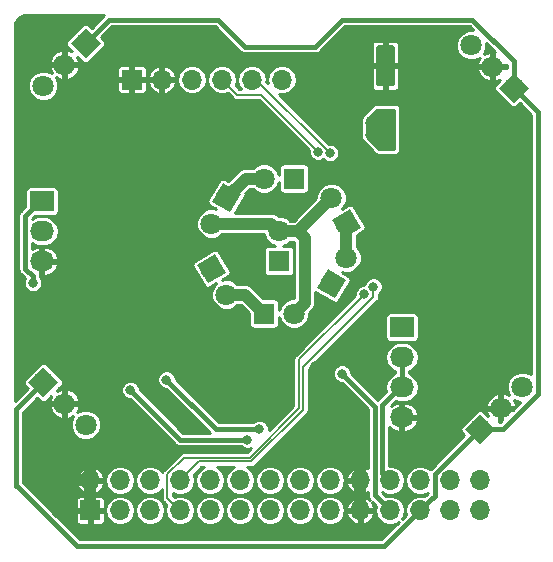
<source format=gtl>
G04 #@! TF.GenerationSoftware,KiCad,Pcbnew,(5.0.2)-1*
G04 #@! TF.CreationDate,2019-01-31T16:36:43+01:00*
G04 #@! TF.ProjectId,SHMod24_RF_IR_Bridge,53484d6f-6432-4345-9f52-465f49525f42,rev?*
G04 #@! TF.SameCoordinates,Original*
G04 #@! TF.FileFunction,Copper,L1,Top*
G04 #@! TF.FilePolarity,Positive*
%FSLAX46Y46*%
G04 Gerber Fmt 4.6, Leading zero omitted, Abs format (unit mm)*
G04 Created by KiCad (PCBNEW (5.0.2)-1) date 31/01/2019 16:36:43*
%MOMM*%
%LPD*%
G01*
G04 APERTURE LIST*
G04 #@! TA.AperFunction,ComponentPad*
%ADD10R,1.700000X1.700000*%
G04 #@! TD*
G04 #@! TA.AperFunction,ComponentPad*
%ADD11O,1.700000X1.700000*%
G04 #@! TD*
G04 #@! TA.AperFunction,ComponentPad*
%ADD12C,1.800000*%
G04 #@! TD*
G04 #@! TA.AperFunction,Conductor*
%ADD13C,0.100000*%
G04 #@! TD*
G04 #@! TA.AperFunction,ComponentPad*
%ADD14R,1.800000X1.800000*%
G04 #@! TD*
G04 #@! TA.AperFunction,SMDPad,CuDef*
%ADD15C,1.600000*%
G04 #@! TD*
G04 #@! TA.AperFunction,ComponentPad*
%ADD16R,2.032000X1.727200*%
G04 #@! TD*
G04 #@! TA.AperFunction,ComponentPad*
%ADD17O,2.032000X1.727200*%
G04 #@! TD*
G04 #@! TA.AperFunction,ViaPad*
%ADD18C,0.800000*%
G04 #@! TD*
G04 #@! TA.AperFunction,ViaPad*
%ADD19C,0.700000*%
G04 #@! TD*
G04 #@! TA.AperFunction,Conductor*
%ADD20C,1.000000*%
G04 #@! TD*
G04 #@! TA.AperFunction,Conductor*
%ADD21C,0.200000*%
G04 #@! TD*
G04 #@! TA.AperFunction,Conductor*
%ADD22C,0.400000*%
G04 #@! TD*
G04 #@! TA.AperFunction,Conductor*
%ADD23C,0.254000*%
G04 #@! TD*
G04 APERTURE END LIST*
D10*
G04 #@! TO.P,J3,1*
G04 #@! TO.N,GND*
X10414000Y-5969000D03*
D11*
G04 #@! TO.P,J3,2*
X12954000Y-5969000D03*
G04 #@! TO.P,J3,3*
G04 #@! TO.N,+3V3*
X15494000Y-5969000D03*
G04 #@! TO.P,J3,4*
G04 #@! TO.N,RX*
X18034000Y-5969000D03*
G04 #@! TO.P,J3,5*
G04 #@! TO.N,TX*
X20574000Y-5969000D03*
G04 #@! TO.P,J3,6*
G04 #@! TO.N,Net-(J3-Pad6)*
X23114000Y-5969000D03*
G04 #@! TD*
D12*
G04 #@! TO.P,D3,1*
G04 #@! TO.N,Net-(D3-Pad1)*
X17145000Y-21971000D03*
D13*
G04 #@! TD*
G04 #@! TO.N,Net-(D3-Pad1)*
G04 #@! TO.C,D3*
G36*
X15915577Y-21641577D02*
X17474423Y-20741577D01*
X18374423Y-22300423D01*
X16815577Y-23200423D01*
X15915577Y-21641577D01*
X15915577Y-21641577D01*
G37*
D12*
G04 #@! TO.P,D3,2*
G04 #@! TO.N,Net-(D2-Pad1)*
X18415000Y-24170705D03*
G04 #@! TD*
G04 #@! TO.P,D4,2*
G04 #@! TO.N,Net-(D1-Pad2)*
X17145000Y-18161000D03*
G04 #@! TO.P,D4,1*
G04 #@! TO.N,Net-(D4-Pad1)*
X18415000Y-15961295D03*
D13*
G04 #@! TD*
G04 #@! TO.N,Net-(D4-Pad1)*
G04 #@! TO.C,D4*
G36*
X18085577Y-14731872D02*
X19644423Y-15631872D01*
X18744423Y-17190718D01*
X17185577Y-16290718D01*
X18085577Y-14731872D01*
X18085577Y-14731872D01*
G37*
D14*
G04 #@! TO.P,D5,1*
G04 #@! TO.N,Net-(D3-Pad1)*
X24130000Y-14351000D03*
D12*
G04 #@! TO.P,D5,2*
G04 #@! TO.N,Net-(D4-Pad1)*
X21590000Y-14351000D03*
G04 #@! TD*
G04 #@! TO.P,D6,2*
G04 #@! TO.N,Net-(D1-Pad2)*
X27305000Y-15961295D03*
G04 #@! TO.P,D6,1*
G04 #@! TO.N,Net-(D6-Pad1)*
X28575000Y-18161000D03*
D13*
G04 #@! TD*
G04 #@! TO.N,Net-(D6-Pad1)*
G04 #@! TO.C,D6*
G36*
X29804423Y-18490423D02*
X28245577Y-19390423D01*
X27345577Y-17831577D01*
X28904423Y-16931577D01*
X29804423Y-18490423D01*
X29804423Y-18490423D01*
G37*
D12*
G04 #@! TO.P,D7,1*
G04 #@! TO.N,Net-(D3-Pad1)*
X27305000Y-23241000D03*
D13*
G04 #@! TD*
G04 #@! TO.N,Net-(D3-Pad1)*
G04 #@! TO.C,D7*
G36*
X27634423Y-24470423D02*
X26075577Y-23570423D01*
X26975577Y-22011577D01*
X28534423Y-22911577D01*
X27634423Y-24470423D01*
X27634423Y-24470423D01*
G37*
D12*
G04 #@! TO.P,D7,2*
G04 #@! TO.N,Net-(D6-Pad1)*
X28575000Y-21041295D03*
G04 #@! TD*
D14*
G04 #@! TO.P,D2,1*
G04 #@! TO.N,Net-(D2-Pad1)*
X21590000Y-25781000D03*
D12*
G04 #@! TO.P,D2,2*
G04 #@! TO.N,Net-(D1-Pad2)*
X24130000Y-25781000D03*
G04 #@! TD*
D13*
G04 #@! TO.N,GND*
G04 #@! TO.C,C4*
G36*
X32451504Y-3044204D02*
X32475773Y-3047804D01*
X32499571Y-3053765D01*
X32522671Y-3062030D01*
X32544849Y-3072520D01*
X32565893Y-3085133D01*
X32585598Y-3099747D01*
X32603777Y-3116223D01*
X32620253Y-3134402D01*
X32634867Y-3154107D01*
X32647480Y-3175151D01*
X32657970Y-3197329D01*
X32666235Y-3220429D01*
X32672196Y-3244227D01*
X32675796Y-3268496D01*
X32677000Y-3293000D01*
X32677000Y-6293000D01*
X32675796Y-6317504D01*
X32672196Y-6341773D01*
X32666235Y-6365571D01*
X32657970Y-6388671D01*
X32647480Y-6410849D01*
X32634867Y-6431893D01*
X32620253Y-6451598D01*
X32603777Y-6469777D01*
X32585598Y-6486253D01*
X32565893Y-6500867D01*
X32544849Y-6513480D01*
X32522671Y-6523970D01*
X32499571Y-6532235D01*
X32475773Y-6538196D01*
X32451504Y-6541796D01*
X32427000Y-6543000D01*
X31327000Y-6543000D01*
X31302496Y-6541796D01*
X31278227Y-6538196D01*
X31254429Y-6532235D01*
X31231329Y-6523970D01*
X31209151Y-6513480D01*
X31188107Y-6500867D01*
X31168402Y-6486253D01*
X31150223Y-6469777D01*
X31133747Y-6451598D01*
X31119133Y-6431893D01*
X31106520Y-6410849D01*
X31096030Y-6388671D01*
X31087765Y-6365571D01*
X31081804Y-6341773D01*
X31078204Y-6317504D01*
X31077000Y-6293000D01*
X31077000Y-3293000D01*
X31078204Y-3268496D01*
X31081804Y-3244227D01*
X31087765Y-3220429D01*
X31096030Y-3197329D01*
X31106520Y-3175151D01*
X31119133Y-3154107D01*
X31133747Y-3134402D01*
X31150223Y-3116223D01*
X31168402Y-3099747D01*
X31188107Y-3085133D01*
X31209151Y-3072520D01*
X31231329Y-3062030D01*
X31254429Y-3053765D01*
X31278227Y-3047804D01*
X31302496Y-3044204D01*
X31327000Y-3043000D01*
X32427000Y-3043000D01*
X32451504Y-3044204D01*
X32451504Y-3044204D01*
G37*
D15*
G04 #@! TD*
G04 #@! TO.P,C4,2*
G04 #@! TO.N,GND*
X31877000Y-4793000D03*
D13*
G04 #@! TO.N,+3V3-filt*
G04 #@! TO.C,C4*
G36*
X32451504Y-8444204D02*
X32475773Y-8447804D01*
X32499571Y-8453765D01*
X32522671Y-8462030D01*
X32544849Y-8472520D01*
X32565893Y-8485133D01*
X32585598Y-8499747D01*
X32603777Y-8516223D01*
X32620253Y-8534402D01*
X32634867Y-8554107D01*
X32647480Y-8575151D01*
X32657970Y-8597329D01*
X32666235Y-8620429D01*
X32672196Y-8644227D01*
X32675796Y-8668496D01*
X32677000Y-8693000D01*
X32677000Y-11693000D01*
X32675796Y-11717504D01*
X32672196Y-11741773D01*
X32666235Y-11765571D01*
X32657970Y-11788671D01*
X32647480Y-11810849D01*
X32634867Y-11831893D01*
X32620253Y-11851598D01*
X32603777Y-11869777D01*
X32585598Y-11886253D01*
X32565893Y-11900867D01*
X32544849Y-11913480D01*
X32522671Y-11923970D01*
X32499571Y-11932235D01*
X32475773Y-11938196D01*
X32451504Y-11941796D01*
X32427000Y-11943000D01*
X31327000Y-11943000D01*
X31302496Y-11941796D01*
X31278227Y-11938196D01*
X31254429Y-11932235D01*
X31231329Y-11923970D01*
X31209151Y-11913480D01*
X31188107Y-11900867D01*
X31168402Y-11886253D01*
X31150223Y-11869777D01*
X31133747Y-11851598D01*
X31119133Y-11831893D01*
X31106520Y-11810849D01*
X31096030Y-11788671D01*
X31087765Y-11765571D01*
X31081804Y-11741773D01*
X31078204Y-11717504D01*
X31077000Y-11693000D01*
X31077000Y-8693000D01*
X31078204Y-8668496D01*
X31081804Y-8644227D01*
X31087765Y-8620429D01*
X31096030Y-8597329D01*
X31106520Y-8575151D01*
X31119133Y-8554107D01*
X31133747Y-8534402D01*
X31150223Y-8516223D01*
X31168402Y-8499747D01*
X31188107Y-8485133D01*
X31209151Y-8472520D01*
X31231329Y-8462030D01*
X31254429Y-8453765D01*
X31278227Y-8447804D01*
X31302496Y-8444204D01*
X31327000Y-8443000D01*
X32427000Y-8443000D01*
X32451504Y-8444204D01*
X32451504Y-8444204D01*
G37*
D15*
G04 #@! TD*
G04 #@! TO.P,C4,1*
G04 #@! TO.N,+3V3-filt*
X31877000Y-10193000D03*
D16*
G04 #@! TO.P,RF1,1*
G04 #@! TO.N,+3V3*
X33274000Y-26924000D03*
D17*
G04 #@! TO.P,RF1,2*
G04 #@! TO.N,P02*
X33274000Y-29464000D03*
G04 #@! TO.P,RF1,3*
X33274000Y-32004000D03*
G04 #@! TO.P,RF1,4*
G04 #@! TO.N,GND*
X33274000Y-34544000D03*
G04 #@! TD*
D16*
G04 #@! TO.P,RF2,1*
G04 #@! TO.N,P04*
X2794000Y-16256000D03*
D17*
G04 #@! TO.P,RF2,2*
G04 #@! TO.N,+12V*
X2794000Y-18796000D03*
G04 #@! TO.P,RF2,3*
G04 #@! TO.N,GND*
X2794000Y-21336000D03*
G04 #@! TD*
D12*
G04 #@! TO.P,IR2,1*
G04 #@! TO.N,P05*
X39859949Y-35578051D03*
D13*
G04 #@! TD*
G04 #@! TO.N,P05*
G04 #@! TO.C,IR2*
G36*
X41132741Y-35578051D02*
X39859949Y-36850843D01*
X38587157Y-35578051D01*
X39859949Y-34305259D01*
X41132741Y-35578051D01*
X41132741Y-35578051D01*
G37*
D12*
G04 #@! TO.P,IR2,2*
G04 #@! TO.N,GND*
X41656000Y-33782000D03*
G04 #@! TO.P,IR2,3*
G04 #@! TO.N,+3V3-filt*
X43452051Y-31985949D03*
G04 #@! TD*
G04 #@! TO.P,IR3,3*
G04 #@! TO.N,+3V3-filt*
X6495051Y-35197051D03*
G04 #@! TO.P,IR3,2*
G04 #@! TO.N,GND*
X4699000Y-33401000D03*
G04 #@! TO.P,IR3,1*
G04 #@! TO.N,P05*
X2902949Y-31604949D03*
D13*
G04 #@! TD*
G04 #@! TO.N,P05*
G04 #@! TO.C,IR3*
G36*
X2902949Y-32877741D02*
X1630157Y-31604949D01*
X2902949Y-30332157D01*
X4175741Y-31604949D01*
X2902949Y-32877741D01*
X2902949Y-32877741D01*
G37*
D12*
G04 #@! TO.P,IR4,1*
G04 #@! TO.N,P05*
X6495051Y-2902949D03*
D13*
G04 #@! TD*
G04 #@! TO.N,P05*
G04 #@! TO.C,IR4*
G36*
X5222259Y-2902949D02*
X6495051Y-1630157D01*
X7767843Y-2902949D01*
X6495051Y-4175741D01*
X5222259Y-2902949D01*
X5222259Y-2902949D01*
G37*
D12*
G04 #@! TO.P,IR4,2*
G04 #@! TO.N,GND*
X4699000Y-4699000D03*
G04 #@! TO.P,IR4,3*
G04 #@! TO.N,+3V3-filt*
X2902949Y-6495051D03*
G04 #@! TD*
G04 #@! TO.P,IR1,1*
G04 #@! TO.N,P05*
X42726153Y-6658153D03*
D13*
G04 #@! TD*
G04 #@! TO.N,P05*
G04 #@! TO.C,IR1*
G36*
X42726153Y-5385361D02*
X43998945Y-6658153D01*
X42726153Y-7930945D01*
X41453361Y-6658153D01*
X42726153Y-5385361D01*
X42726153Y-5385361D01*
G37*
D12*
G04 #@! TO.P,IR1,2*
G04 #@! TO.N,GND*
X40930102Y-4862102D03*
G04 #@! TO.P,IR1,3*
G04 #@! TO.N,+3V3-filt*
X39134051Y-3066051D03*
G04 #@! TD*
D14*
G04 #@! TO.P,D1,1*
G04 #@! TO.N,Net-(D1-Pad1)*
X22860000Y-21336000D03*
D12*
G04 #@! TO.P,D1,2*
G04 #@! TO.N,Net-(D1-Pad2)*
X22860000Y-18796000D03*
G04 #@! TD*
D11*
G04 #@! TO.P,J1,28*
G04 #@! TO.N,P09*
X39890000Y-39900000D03*
G04 #@! TO.P,J1,27*
G04 #@! TO.N,P10*
X39890000Y-42440000D03*
G04 #@! TO.P,J1,26*
G04 #@! TO.N,P06*
X37350000Y-39900000D03*
G04 #@! TO.P,J1,25*
G04 #@! TO.N,P07*
X37350000Y-42440000D03*
G04 #@! TO.P,J1,24*
G04 #@! TO.N,P04*
X34810000Y-39900000D03*
G04 #@! TO.P,J1,23*
G04 #@! TO.N,P05*
X34810000Y-42440000D03*
G04 #@! TO.P,J1,22*
G04 #@! TO.N,P02*
X32270000Y-39900000D03*
G04 #@! TO.P,J1,21*
G04 #@! TO.N,P03*
X32270000Y-42440000D03*
G04 #@! TO.P,J1,20*
G04 #@! TO.N,GND*
X29730000Y-39900000D03*
G04 #@! TO.P,J1,19*
X29730000Y-42440000D03*
G04 #@! TO.P,J1,18*
G04 #@! TO.N,A2*
X27190000Y-39900000D03*
G04 #@! TO.P,J1,17*
G04 #@! TO.N,A3*
X27190000Y-42440000D03*
G04 #@! TO.P,J1,16*
G04 #@! TO.N,A0*
X24650000Y-39900000D03*
G04 #@! TO.P,J1,15*
G04 #@! TO.N,A1*
X24650000Y-42440000D03*
G04 #@! TO.P,J1,14*
G04 #@! TO.N,SCK*
X22110000Y-39900000D03*
G04 #@! TO.P,J1,13*
G04 #@! TO.N,CS*
X22110000Y-42440000D03*
G04 #@! TO.P,J1,12*
G04 #@! TO.N,MOSI*
X19570000Y-39900000D03*
G04 #@! TO.P,J1,11*
G04 #@! TO.N,MISO*
X19570000Y-42440000D03*
G04 #@! TO.P,J1,10*
G04 #@! TO.N,SCL*
X17030000Y-39900000D03*
G04 #@! TO.P,J1,9*
G04 #@! TO.N,SDA*
X17030000Y-42440000D03*
G04 #@! TO.P,J1,8*
G04 #@! TO.N,TX*
X14490000Y-39900000D03*
G04 #@! TO.P,J1,7*
G04 #@! TO.N,RX*
X14490000Y-42440000D03*
G04 #@! TO.P,J1,6*
G04 #@! TO.N,+3V3*
X11950000Y-39900000D03*
G04 #@! TO.P,J1,5*
X11950000Y-42440000D03*
G04 #@! TO.P,J1,4*
G04 #@! TO.N,VCC*
X9410000Y-39900000D03*
G04 #@! TO.P,J1,3*
G04 #@! TO.N,+5V*
X9410000Y-42440000D03*
G04 #@! TO.P,J1,2*
G04 #@! TO.N,GND*
X6870000Y-39900000D03*
D10*
G04 #@! TO.P,J1,1*
X6870000Y-42440000D03*
G04 #@! TD*
D18*
G04 #@! TO.N,GND*
X25908000Y-30226000D03*
X26924000Y-30226000D03*
X25908000Y-31242000D03*
X26924000Y-31242000D03*
D19*
X11557000Y-28956000D03*
X12446000Y-28956000D03*
X13335000Y-28956000D03*
X14224000Y-28956000D03*
D18*
X15113000Y-28956000D03*
X12700000Y-26670000D03*
X11811000Y-26670000D03*
X10922000Y-26670000D03*
G04 #@! TO.N,RX*
X26162000Y-12065000D03*
X30089680Y-24136213D03*
G04 #@! TO.N,TX*
X27178357Y-12194645D03*
X30861000Y-23495006D03*
G04 #@! TO.N,P03*
X28194000Y-30861000D03*
G04 #@! TO.N,P04*
X20192998Y-36449000D03*
X2030147Y-23200000D03*
X10286998Y-32258000D03*
G04 #@! TO.N,P06*
X13335000Y-31369000D03*
X21209000Y-35560000D03*
G04 #@! TO.N,+3V3-filt*
X30607000Y-9652000D03*
X30607000Y-10668000D03*
G04 #@! TD*
D20*
G04 #@! TO.N,GND*
X29730000Y-42440000D02*
X29730000Y-39900000D01*
X29730000Y-38239000D02*
X27813000Y-36322000D01*
X29730000Y-39900000D02*
X29730000Y-38239000D01*
X6870000Y-42440000D02*
X6870000Y-39900000D01*
X6870000Y-38697919D02*
X6858000Y-38685919D01*
X6870000Y-39900000D02*
X6870000Y-38697919D01*
X5667919Y-39900000D02*
X5645919Y-39878000D01*
X6870000Y-39900000D02*
X5667919Y-39900000D01*
D21*
G04 #@! TO.N,RX*
X19304000Y-7239000D02*
X18034000Y-5969000D01*
X26162000Y-12065000D02*
X21336000Y-7239000D01*
X21336000Y-7239000D02*
X19304000Y-7239000D01*
X24564989Y-29660904D02*
X29689681Y-24536212D01*
X24564989Y-33773549D02*
X24564989Y-29660904D01*
X20365538Y-37973000D02*
X24564989Y-33773549D01*
X29689681Y-24536212D02*
X30089680Y-24136213D01*
X14490000Y-42440000D02*
X13412999Y-41362999D01*
X14823038Y-37973000D02*
X20365538Y-37973000D01*
X13412999Y-39383039D02*
X14823038Y-37973000D01*
X13412999Y-41362999D02*
X13412999Y-39383039D01*
G04 #@! TO.N,TX*
X20952712Y-5969000D02*
X20574000Y-5969000D01*
X27178357Y-12194645D02*
X20952712Y-5969000D01*
X30861000Y-24060691D02*
X30861000Y-23495006D01*
X30861000Y-24338462D02*
X30861000Y-24060691D01*
X24892000Y-30307462D02*
X30861000Y-24338462D01*
X20500990Y-38300011D02*
X24892000Y-33909001D01*
X14490000Y-39900000D02*
X16089989Y-38300011D01*
X24892000Y-33909001D02*
X24892000Y-30307462D01*
X16089989Y-38300011D02*
X20500990Y-38300011D01*
D22*
G04 #@! TO.N,P03*
X30980001Y-33647001D02*
X28194000Y-30861000D01*
X32270000Y-42440000D02*
X30980001Y-41150001D01*
X30980001Y-41150001D02*
X30980001Y-33647001D01*
G04 #@! TO.N,P02*
X33274000Y-29464000D02*
X33274000Y-32004000D01*
X33121600Y-32004000D02*
X33274000Y-32004000D01*
X31623000Y-33502600D02*
X33121600Y-32004000D01*
X32270000Y-39900000D02*
X31623000Y-39253000D01*
X31623000Y-39253000D02*
X31623000Y-33502600D01*
G04 #@! TO.N,P05*
X41232741Y-35578051D02*
X39859949Y-35578051D01*
X41783951Y-35578051D02*
X41232741Y-35578051D01*
X44752052Y-32609950D02*
X41783951Y-35578051D01*
X44752052Y-8684052D02*
X44752052Y-32609950D01*
X42726153Y-6658153D02*
X44752052Y-8684052D01*
X35659999Y-41590001D02*
X34810000Y-42440000D01*
X36060001Y-41189999D02*
X35659999Y-41590001D01*
X36060001Y-39377999D02*
X36060001Y-41189999D01*
X39859949Y-35578051D02*
X36060001Y-39377999D01*
X2902949Y-31604949D02*
X635000Y-33872898D01*
X635000Y-33872898D02*
X635000Y-40386000D01*
X33960001Y-43289999D02*
X34810000Y-42440000D01*
X31772991Y-45477009D02*
X33960001Y-43289999D01*
X5757011Y-45477009D02*
X31772991Y-45477009D01*
X666002Y-40386000D02*
X5757011Y-45477009D01*
X635000Y-40386000D02*
X666002Y-40386000D01*
X42726153Y-5285361D02*
X42726153Y-6658153D01*
X42726153Y-4372153D02*
X42726153Y-5285361D01*
X39243000Y-889000D02*
X42726153Y-4372153D01*
X8509000Y-889000D02*
X17671051Y-889000D01*
X17671051Y-889000D02*
X19957051Y-3175000D01*
X19957051Y-3175000D02*
X25908000Y-3175000D01*
X6495051Y-2902949D02*
X8509000Y-889000D01*
X25908000Y-3175000D02*
X28194000Y-889000D01*
X28194000Y-889000D02*
X39243000Y-889000D01*
G04 #@! TO.N,P04*
X2641600Y-16256000D02*
X2794000Y-16256000D01*
X1377990Y-17519610D02*
X2641600Y-16256000D01*
X1377990Y-21982158D02*
X1377990Y-17519610D01*
X2030147Y-22634315D02*
X1377990Y-21982158D01*
X2030147Y-23200000D02*
X2030147Y-22634315D01*
X14477998Y-36449000D02*
X10686997Y-32657999D01*
X10686997Y-32657999D02*
X10286998Y-32258000D01*
X20192998Y-36449000D02*
X14477998Y-36449000D01*
G04 #@! TO.N,P06*
X13335000Y-31369000D02*
X17526000Y-35560000D01*
X17526000Y-35560000D02*
X21209000Y-35560000D01*
D20*
G04 #@! TO.N,Net-(D1-Pad2)*
X22225000Y-18161000D02*
X22860000Y-18796000D01*
X17145000Y-18161000D02*
X22225000Y-18161000D01*
X24470295Y-18796000D02*
X27305000Y-15961295D01*
X22860000Y-18796000D02*
X24470295Y-18796000D01*
X25029999Y-19355704D02*
X24470295Y-18796000D01*
X25029999Y-24881001D02*
X25029999Y-19355704D01*
X24130000Y-25781000D02*
X25029999Y-24881001D01*
G04 #@! TO.N,Net-(D6-Pad1)*
X28575000Y-21041295D02*
X28575000Y-18161000D01*
G04 #@! TO.N,Net-(D4-Pad1)*
X20025295Y-14351000D02*
X18415000Y-15961295D01*
X21590000Y-14351000D02*
X20025295Y-14351000D01*
G04 #@! TO.N,Net-(D2-Pad1)*
X19979705Y-24170705D02*
X21590000Y-25781000D01*
X18415000Y-24170705D02*
X19979705Y-24170705D01*
G04 #@! TD*
D23*
G04 #@! TO.N,GND*
G36*
X8057710Y-518632D02*
X6995304Y-1581038D01*
X6769737Y-1355471D01*
X6643710Y-1271263D01*
X6495051Y-1241693D01*
X6346392Y-1271263D01*
X6220365Y-1355471D01*
X4947573Y-2628263D01*
X4863365Y-2754290D01*
X4833795Y-2902949D01*
X4863365Y-3051608D01*
X4947573Y-3177635D01*
X5330141Y-3560203D01*
X5027787Y-3434964D01*
X4826000Y-3494833D01*
X4826000Y-4392392D01*
X4713141Y-4505251D01*
X4892749Y-4684859D01*
X5005608Y-4572000D01*
X5903167Y-4572000D01*
X5963036Y-4370213D01*
X5796861Y-4026923D01*
X6220365Y-4450427D01*
X6346392Y-4534635D01*
X6495051Y-4564205D01*
X6643710Y-4534635D01*
X6769737Y-4450427D01*
X8042529Y-3177635D01*
X8126737Y-3051608D01*
X8156307Y-2902949D01*
X8126737Y-2754290D01*
X8042529Y-2628263D01*
X7816962Y-2402696D01*
X8749658Y-1470000D01*
X17430394Y-1470000D01*
X19505761Y-3545368D01*
X19538174Y-3593877D01*
X19586683Y-3626290D01*
X19604364Y-3638104D01*
X19730356Y-3722290D01*
X19899829Y-3756000D01*
X19899833Y-3756000D01*
X19957050Y-3767381D01*
X20014267Y-3756000D01*
X25850782Y-3756000D01*
X25908000Y-3767381D01*
X25965218Y-3756000D01*
X25965222Y-3756000D01*
X26134695Y-3722290D01*
X26326877Y-3593877D01*
X26359292Y-3545365D01*
X26937443Y-2967214D01*
X30696000Y-2967214D01*
X30696000Y-4570750D01*
X30791250Y-4666000D01*
X31750000Y-4666000D01*
X31750000Y-2757250D01*
X32004000Y-2757250D01*
X32004000Y-4666000D01*
X32962750Y-4666000D01*
X33058000Y-4570750D01*
X33058000Y-2967214D01*
X32999996Y-2827180D01*
X32892819Y-2720004D01*
X32752785Y-2662000D01*
X32099250Y-2662000D01*
X32004000Y-2757250D01*
X31750000Y-2757250D01*
X31654750Y-2662000D01*
X31001215Y-2662000D01*
X30861181Y-2720004D01*
X30754004Y-2827180D01*
X30696000Y-2967214D01*
X26937443Y-2967214D01*
X28434658Y-1470000D01*
X39002343Y-1470000D01*
X39317394Y-1785051D01*
X38879244Y-1785051D01*
X38408423Y-1980072D01*
X38048072Y-2340423D01*
X37853051Y-2811244D01*
X37853051Y-3320858D01*
X38048072Y-3791679D01*
X38408423Y-4152030D01*
X38879244Y-4347051D01*
X39388858Y-4347051D01*
X39839906Y-4160220D01*
X39803806Y-4200781D01*
X39666066Y-4533315D01*
X39725935Y-4735102D01*
X40623494Y-4735102D01*
X40736353Y-4847961D01*
X40915961Y-4668353D01*
X40803102Y-4555494D01*
X40803102Y-3657935D01*
X40601315Y-3598066D01*
X40224717Y-3780364D01*
X40415051Y-3320858D01*
X40415051Y-2882708D01*
X41159806Y-3627463D01*
X41057102Y-3657935D01*
X41057102Y-4555494D01*
X40944243Y-4668353D01*
X41123851Y-4847961D01*
X41236710Y-4735102D01*
X42134269Y-4735102D01*
X42145153Y-4698416D01*
X42145154Y-5025789D01*
X42134269Y-4989102D01*
X41236710Y-4989102D01*
X41123851Y-4876243D01*
X40944243Y-5055851D01*
X41057102Y-5168710D01*
X41057102Y-6066269D01*
X41258889Y-6126138D01*
X41602179Y-5959963D01*
X41178675Y-6383467D01*
X41094467Y-6509494D01*
X41064897Y-6658153D01*
X41094467Y-6806812D01*
X41178675Y-6932839D01*
X42451467Y-8205631D01*
X42577494Y-8289839D01*
X42726153Y-8319409D01*
X42874812Y-8289839D01*
X43000839Y-8205631D01*
X43226406Y-7980064D01*
X44171052Y-8924710D01*
X44171053Y-30897225D01*
X43706858Y-30704949D01*
X43197244Y-30704949D01*
X42726423Y-30899970D01*
X42366072Y-31260321D01*
X42171051Y-31731142D01*
X42171051Y-32240756D01*
X42357882Y-32691804D01*
X42317321Y-32655704D01*
X41984787Y-32517964D01*
X41783000Y-32577833D01*
X41783000Y-33475392D01*
X41670141Y-33588251D01*
X41849749Y-33767859D01*
X41962608Y-33655000D01*
X42860167Y-33655000D01*
X42920036Y-33453213D01*
X42737738Y-33076615D01*
X43197244Y-33266949D01*
X43273395Y-33266949D01*
X42631345Y-33909000D01*
X41962608Y-33909000D01*
X41849749Y-33796141D01*
X41670141Y-33975749D01*
X41783000Y-34088608D01*
X41783000Y-34757345D01*
X41543294Y-34997051D01*
X41492316Y-34997051D01*
X41529000Y-34986167D01*
X41529000Y-34088608D01*
X41641859Y-33975749D01*
X41462251Y-33796141D01*
X41349392Y-33909000D01*
X40451833Y-33909000D01*
X40391964Y-34110787D01*
X40558139Y-34454077D01*
X40134635Y-34030573D01*
X40008608Y-33946365D01*
X39859949Y-33916795D01*
X39711290Y-33946365D01*
X39585263Y-34030573D01*
X38312471Y-35303365D01*
X38228263Y-35429392D01*
X38198693Y-35578051D01*
X38228263Y-35726710D01*
X38312471Y-35852737D01*
X38538038Y-36078304D01*
X35689636Y-38926707D01*
X35641124Y-38959122D01*
X35633868Y-38969981D01*
X35290312Y-38740424D01*
X34931239Y-38669000D01*
X34688761Y-38669000D01*
X34329688Y-38740424D01*
X33922499Y-39012499D01*
X33650424Y-39419688D01*
X33554884Y-39900000D01*
X33650424Y-40380312D01*
X33922499Y-40787501D01*
X34329688Y-41059576D01*
X34688761Y-41131000D01*
X34931239Y-41131000D01*
X35290312Y-41059576D01*
X35479002Y-40933497D01*
X35479002Y-40949341D01*
X35289637Y-41138706D01*
X35289631Y-41138710D01*
X35171542Y-41256799D01*
X34931239Y-41209000D01*
X34688761Y-41209000D01*
X34329688Y-41280424D01*
X33922499Y-41552499D01*
X33650424Y-41959688D01*
X33554884Y-42440000D01*
X33626799Y-42801543D01*
X33271595Y-43156747D01*
X33429576Y-42920312D01*
X33525116Y-42440000D01*
X33429576Y-41959688D01*
X33157501Y-41552499D01*
X32750312Y-41280424D01*
X32391239Y-41209000D01*
X32148761Y-41209000D01*
X31908457Y-41256799D01*
X31561001Y-40909344D01*
X31561001Y-40906772D01*
X31789688Y-41059576D01*
X32148761Y-41131000D01*
X32391239Y-41131000D01*
X32750312Y-41059576D01*
X33157501Y-40787501D01*
X33429576Y-40380312D01*
X33525116Y-39900000D01*
X33429576Y-39419688D01*
X33157501Y-39012499D01*
X32750312Y-38740424D01*
X32391239Y-38669000D01*
X32204000Y-38669000D01*
X32204000Y-35363785D01*
X32492280Y-35619570D01*
X32951787Y-35778527D01*
X33147000Y-35694643D01*
X33147000Y-34671000D01*
X33401000Y-34671000D01*
X33401000Y-35694643D01*
X33596213Y-35778527D01*
X34055720Y-35619570D01*
X34419419Y-35296867D01*
X34629393Y-34863118D01*
X34568712Y-34671000D01*
X33401000Y-34671000D01*
X33147000Y-34671000D01*
X33127000Y-34671000D01*
X33127000Y-34417000D01*
X33147000Y-34417000D01*
X33147000Y-33393357D01*
X33401000Y-33393357D01*
X33401000Y-34417000D01*
X34568712Y-34417000D01*
X34629393Y-34224882D01*
X34419419Y-33791133D01*
X34055720Y-33468430D01*
X34011732Y-33453213D01*
X40391964Y-33453213D01*
X40451833Y-33655000D01*
X41529000Y-33655000D01*
X41529000Y-32577833D01*
X41327213Y-32517964D01*
X40868515Y-32740004D01*
X40529704Y-33120679D01*
X40391964Y-33453213D01*
X34011732Y-33453213D01*
X33596213Y-33309473D01*
X33401000Y-33393357D01*
X33147000Y-33393357D01*
X32951787Y-33309473D01*
X32492280Y-33468430D01*
X32372933Y-33574324D01*
X32748491Y-33198767D01*
X32999019Y-33248600D01*
X33548981Y-33248600D01*
X33912019Y-33176387D01*
X34323706Y-32901306D01*
X34598787Y-32489619D01*
X34695383Y-32004000D01*
X34598787Y-31518381D01*
X34323706Y-31106694D01*
X33912019Y-30831613D01*
X33855000Y-30820271D01*
X33855000Y-30647729D01*
X33912019Y-30636387D01*
X34323706Y-30361306D01*
X34598787Y-29949619D01*
X34695383Y-29464000D01*
X34598787Y-28978381D01*
X34323706Y-28566694D01*
X33912019Y-28291613D01*
X33548981Y-28219400D01*
X32999019Y-28219400D01*
X32635981Y-28291613D01*
X32224294Y-28566694D01*
X31949213Y-28978381D01*
X31852617Y-29464000D01*
X31949213Y-29949619D01*
X32224294Y-30361306D01*
X32635981Y-30636387D01*
X32693000Y-30647729D01*
X32693001Y-30820271D01*
X32635981Y-30831613D01*
X32224294Y-31106694D01*
X31949213Y-31518381D01*
X31852617Y-32004000D01*
X31926833Y-32377109D01*
X31252633Y-33051310D01*
X31224659Y-33070002D01*
X28975000Y-30820343D01*
X28975000Y-30705649D01*
X28856100Y-30418599D01*
X28636401Y-30198900D01*
X28349351Y-30080000D01*
X28038649Y-30080000D01*
X27751599Y-30198900D01*
X27531900Y-30418599D01*
X27413000Y-30705649D01*
X27413000Y-31016351D01*
X27531900Y-31303401D01*
X27751599Y-31523100D01*
X28038649Y-31642000D01*
X28153343Y-31642000D01*
X30399002Y-33887660D01*
X30399001Y-38880517D01*
X30346964Y-38834755D01*
X30046980Y-38710511D01*
X29857000Y-38771373D01*
X29857000Y-39773000D01*
X29877000Y-39773000D01*
X29877000Y-40027000D01*
X29857000Y-40027000D01*
X29857000Y-41028627D01*
X30046980Y-41089489D01*
X30346964Y-40965245D01*
X30399001Y-40919484D01*
X30399001Y-41092783D01*
X30387620Y-41150001D01*
X30399001Y-41207219D01*
X30399001Y-41207222D01*
X30432711Y-41376695D01*
X30551742Y-41554837D01*
X30346964Y-41374755D01*
X30046980Y-41250511D01*
X29857000Y-41311373D01*
X29857000Y-42313000D01*
X30859193Y-42313000D01*
X30919501Y-42123018D01*
X30714769Y-41706427D01*
X31086799Y-42078457D01*
X31014884Y-42440000D01*
X31110424Y-42920312D01*
X31382499Y-43327501D01*
X31789688Y-43599576D01*
X32148761Y-43671000D01*
X32391239Y-43671000D01*
X32750312Y-43599576D01*
X32986747Y-43441595D01*
X31532334Y-44896009D01*
X5997669Y-44896009D01*
X3763910Y-42662250D01*
X5639000Y-42662250D01*
X5639000Y-43365786D01*
X5697004Y-43505820D01*
X5804181Y-43612996D01*
X5944215Y-43671000D01*
X6647750Y-43671000D01*
X6743000Y-43575750D01*
X6743000Y-42567000D01*
X6997000Y-42567000D01*
X6997000Y-43575750D01*
X7092250Y-43671000D01*
X7795785Y-43671000D01*
X7935819Y-43612996D01*
X8042996Y-43505820D01*
X8101000Y-43365786D01*
X8101000Y-42662250D01*
X8005750Y-42567000D01*
X6997000Y-42567000D01*
X6743000Y-42567000D01*
X5734250Y-42567000D01*
X5639000Y-42662250D01*
X3763910Y-42662250D01*
X3541660Y-42440000D01*
X8154884Y-42440000D01*
X8250424Y-42920312D01*
X8522499Y-43327501D01*
X8929688Y-43599576D01*
X9288761Y-43671000D01*
X9531239Y-43671000D01*
X9890312Y-43599576D01*
X10297501Y-43327501D01*
X10569576Y-42920312D01*
X10665116Y-42440000D01*
X10694884Y-42440000D01*
X10790424Y-42920312D01*
X11062499Y-43327501D01*
X11469688Y-43599576D01*
X11828761Y-43671000D01*
X12071239Y-43671000D01*
X12430312Y-43599576D01*
X12837501Y-43327501D01*
X13109576Y-42920312D01*
X13205116Y-42440000D01*
X13109576Y-41959688D01*
X12837501Y-41552499D01*
X12430312Y-41280424D01*
X12071239Y-41209000D01*
X11828761Y-41209000D01*
X11469688Y-41280424D01*
X11062499Y-41552499D01*
X10790424Y-41959688D01*
X10694884Y-42440000D01*
X10665116Y-42440000D01*
X10569576Y-41959688D01*
X10297501Y-41552499D01*
X9890312Y-41280424D01*
X9531239Y-41209000D01*
X9288761Y-41209000D01*
X8929688Y-41280424D01*
X8522499Y-41552499D01*
X8250424Y-41959688D01*
X8154884Y-42440000D01*
X3541660Y-42440000D01*
X2615874Y-41514214D01*
X5639000Y-41514214D01*
X5639000Y-42217750D01*
X5734250Y-42313000D01*
X6743000Y-42313000D01*
X6743000Y-41304250D01*
X6997000Y-41304250D01*
X6997000Y-42313000D01*
X8005750Y-42313000D01*
X8101000Y-42217750D01*
X8101000Y-41514214D01*
X8042996Y-41374180D01*
X7935819Y-41267004D01*
X7795785Y-41209000D01*
X7092250Y-41209000D01*
X6997000Y-41304250D01*
X6743000Y-41304250D01*
X6647750Y-41209000D01*
X5944215Y-41209000D01*
X5804181Y-41267004D01*
X5697004Y-41374180D01*
X5639000Y-41514214D01*
X2615874Y-41514214D01*
X1318642Y-40216982D01*
X5680499Y-40216982D01*
X5892348Y-40648056D01*
X6253036Y-40965245D01*
X6553020Y-41089489D01*
X6743000Y-41028627D01*
X6743000Y-40027000D01*
X6997000Y-40027000D01*
X6997000Y-41028627D01*
X7186980Y-41089489D01*
X7486964Y-40965245D01*
X7847652Y-40648056D01*
X8059501Y-40216982D01*
X7999193Y-40027000D01*
X6997000Y-40027000D01*
X6743000Y-40027000D01*
X5740807Y-40027000D01*
X5680499Y-40216982D01*
X1318642Y-40216982D01*
X1216000Y-40114341D01*
X1216000Y-39900000D01*
X8154884Y-39900000D01*
X8250424Y-40380312D01*
X8522499Y-40787501D01*
X8929688Y-41059576D01*
X9288761Y-41131000D01*
X9531239Y-41131000D01*
X9890312Y-41059576D01*
X10297501Y-40787501D01*
X10569576Y-40380312D01*
X10665116Y-39900000D01*
X10569576Y-39419688D01*
X10297501Y-39012499D01*
X9890312Y-38740424D01*
X9531239Y-38669000D01*
X9288761Y-38669000D01*
X8929688Y-38740424D01*
X8522499Y-39012499D01*
X8250424Y-39419688D01*
X8154884Y-39900000D01*
X1216000Y-39900000D01*
X1216000Y-39583018D01*
X5680499Y-39583018D01*
X5740807Y-39773000D01*
X6743000Y-39773000D01*
X6743000Y-38771373D01*
X6997000Y-38771373D01*
X6997000Y-39773000D01*
X7999193Y-39773000D01*
X8059501Y-39583018D01*
X7847652Y-39151944D01*
X7486964Y-38834755D01*
X7186980Y-38710511D01*
X6997000Y-38771373D01*
X6743000Y-38771373D01*
X6553020Y-38710511D01*
X6253036Y-38834755D01*
X5892348Y-39151944D01*
X5680499Y-39583018D01*
X1216000Y-39583018D01*
X1216000Y-34113555D01*
X1599768Y-33729787D01*
X3434964Y-33729787D01*
X3657004Y-34188485D01*
X4037679Y-34527296D01*
X4370213Y-34665036D01*
X4572000Y-34605167D01*
X4572000Y-33594749D01*
X4713141Y-33594749D01*
X4826000Y-33707608D01*
X4826000Y-34605167D01*
X5027787Y-34665036D01*
X5404385Y-34482738D01*
X5214051Y-34942244D01*
X5214051Y-35451858D01*
X5409072Y-35922679D01*
X5769423Y-36283030D01*
X6240244Y-36478051D01*
X6749858Y-36478051D01*
X7220679Y-36283030D01*
X7581030Y-35922679D01*
X7776051Y-35451858D01*
X7776051Y-34942244D01*
X7581030Y-34471423D01*
X7220679Y-34111072D01*
X6749858Y-33916051D01*
X6240244Y-33916051D01*
X5789196Y-34102882D01*
X5825296Y-34062321D01*
X5963036Y-33729787D01*
X5903167Y-33528000D01*
X5005608Y-33528000D01*
X4892749Y-33415141D01*
X4713141Y-33594749D01*
X4572000Y-33594749D01*
X4572000Y-33528000D01*
X3494833Y-33528000D01*
X3434964Y-33729787D01*
X1599768Y-33729787D01*
X2402696Y-32926860D01*
X2628263Y-33152427D01*
X2754290Y-33236635D01*
X2902949Y-33266205D01*
X3051608Y-33236635D01*
X3177635Y-33152427D01*
X3560203Y-32769859D01*
X3434964Y-33072213D01*
X3494833Y-33274000D01*
X4392392Y-33274000D01*
X4505251Y-33386859D01*
X4684859Y-33207251D01*
X4572000Y-33094392D01*
X4572000Y-32196833D01*
X4826000Y-32196833D01*
X4826000Y-33274000D01*
X5903167Y-33274000D01*
X5963036Y-33072213D01*
X5740996Y-32613515D01*
X5360321Y-32274704D01*
X5027787Y-32136964D01*
X4826000Y-32196833D01*
X4572000Y-32196833D01*
X4370213Y-32136964D01*
X4026923Y-32303139D01*
X4227413Y-32102649D01*
X9505998Y-32102649D01*
X9505998Y-32413351D01*
X9624898Y-32700401D01*
X9844597Y-32920100D01*
X10131647Y-33039000D01*
X10246340Y-33039000D01*
X10316630Y-33109290D01*
X10316633Y-33109292D01*
X14026708Y-36819368D01*
X14059121Y-36867877D01*
X14107630Y-36900290D01*
X14107631Y-36900291D01*
X14251303Y-36996290D01*
X14420776Y-37030000D01*
X14420779Y-37030000D01*
X14477997Y-37041381D01*
X14535215Y-37030000D01*
X19669497Y-37030000D01*
X19750597Y-37111100D01*
X20037647Y-37230000D01*
X20348349Y-37230000D01*
X20484837Y-37173465D01*
X20166302Y-37492000D01*
X14870405Y-37492000D01*
X14823037Y-37482578D01*
X14775669Y-37492000D01*
X14775665Y-37492000D01*
X14635361Y-37519908D01*
X14476257Y-37626219D01*
X14449422Y-37666380D01*
X13106377Y-39009425D01*
X13066219Y-39036258D01*
X13039386Y-39076416D01*
X13039383Y-39076419D01*
X12959907Y-39195363D01*
X12959856Y-39195617D01*
X12837501Y-39012499D01*
X12430312Y-38740424D01*
X12071239Y-38669000D01*
X11828761Y-38669000D01*
X11469688Y-38740424D01*
X11062499Y-39012499D01*
X10790424Y-39419688D01*
X10694884Y-39900000D01*
X10790424Y-40380312D01*
X11062499Y-40787501D01*
X11469688Y-41059576D01*
X11828761Y-41131000D01*
X12071239Y-41131000D01*
X12430312Y-41059576D01*
X12837501Y-40787501D01*
X12931999Y-40646074D01*
X12931999Y-41315630D01*
X12922577Y-41362999D01*
X12931999Y-41410368D01*
X12931999Y-41410371D01*
X12959907Y-41550675D01*
X13066218Y-41709780D01*
X13106379Y-41736615D01*
X13330263Y-41960499D01*
X13234884Y-42440000D01*
X13330424Y-42920312D01*
X13602499Y-43327501D01*
X14009688Y-43599576D01*
X14368761Y-43671000D01*
X14611239Y-43671000D01*
X14970312Y-43599576D01*
X15377501Y-43327501D01*
X15649576Y-42920312D01*
X15745116Y-42440000D01*
X15774884Y-42440000D01*
X15870424Y-42920312D01*
X16142499Y-43327501D01*
X16549688Y-43599576D01*
X16908761Y-43671000D01*
X17151239Y-43671000D01*
X17510312Y-43599576D01*
X17917501Y-43327501D01*
X18189576Y-42920312D01*
X18285116Y-42440000D01*
X18314884Y-42440000D01*
X18410424Y-42920312D01*
X18682499Y-43327501D01*
X19089688Y-43599576D01*
X19448761Y-43671000D01*
X19691239Y-43671000D01*
X20050312Y-43599576D01*
X20457501Y-43327501D01*
X20729576Y-42920312D01*
X20825116Y-42440000D01*
X20854884Y-42440000D01*
X20950424Y-42920312D01*
X21222499Y-43327501D01*
X21629688Y-43599576D01*
X21988761Y-43671000D01*
X22231239Y-43671000D01*
X22590312Y-43599576D01*
X22997501Y-43327501D01*
X23269576Y-42920312D01*
X23365116Y-42440000D01*
X23394884Y-42440000D01*
X23490424Y-42920312D01*
X23762499Y-43327501D01*
X24169688Y-43599576D01*
X24528761Y-43671000D01*
X24771239Y-43671000D01*
X25130312Y-43599576D01*
X25537501Y-43327501D01*
X25809576Y-42920312D01*
X25905116Y-42440000D01*
X25934884Y-42440000D01*
X26030424Y-42920312D01*
X26302499Y-43327501D01*
X26709688Y-43599576D01*
X27068761Y-43671000D01*
X27311239Y-43671000D01*
X27670312Y-43599576D01*
X28077501Y-43327501D01*
X28349576Y-42920312D01*
X28382064Y-42756982D01*
X28540499Y-42756982D01*
X28752348Y-43188056D01*
X29113036Y-43505245D01*
X29413020Y-43629489D01*
X29603000Y-43568627D01*
X29603000Y-42567000D01*
X29857000Y-42567000D01*
X29857000Y-43568627D01*
X30046980Y-43629489D01*
X30346964Y-43505245D01*
X30707652Y-43188056D01*
X30919501Y-42756982D01*
X30859193Y-42567000D01*
X29857000Y-42567000D01*
X29603000Y-42567000D01*
X28600807Y-42567000D01*
X28540499Y-42756982D01*
X28382064Y-42756982D01*
X28445116Y-42440000D01*
X28382065Y-42123018D01*
X28540499Y-42123018D01*
X28600807Y-42313000D01*
X29603000Y-42313000D01*
X29603000Y-41311373D01*
X29413020Y-41250511D01*
X29113036Y-41374755D01*
X28752348Y-41691944D01*
X28540499Y-42123018D01*
X28382065Y-42123018D01*
X28349576Y-41959688D01*
X28077501Y-41552499D01*
X27670312Y-41280424D01*
X27311239Y-41209000D01*
X27068761Y-41209000D01*
X26709688Y-41280424D01*
X26302499Y-41552499D01*
X26030424Y-41959688D01*
X25934884Y-42440000D01*
X25905116Y-42440000D01*
X25809576Y-41959688D01*
X25537501Y-41552499D01*
X25130312Y-41280424D01*
X24771239Y-41209000D01*
X24528761Y-41209000D01*
X24169688Y-41280424D01*
X23762499Y-41552499D01*
X23490424Y-41959688D01*
X23394884Y-42440000D01*
X23365116Y-42440000D01*
X23269576Y-41959688D01*
X22997501Y-41552499D01*
X22590312Y-41280424D01*
X22231239Y-41209000D01*
X21988761Y-41209000D01*
X21629688Y-41280424D01*
X21222499Y-41552499D01*
X20950424Y-41959688D01*
X20854884Y-42440000D01*
X20825116Y-42440000D01*
X20729576Y-41959688D01*
X20457501Y-41552499D01*
X20050312Y-41280424D01*
X19691239Y-41209000D01*
X19448761Y-41209000D01*
X19089688Y-41280424D01*
X18682499Y-41552499D01*
X18410424Y-41959688D01*
X18314884Y-42440000D01*
X18285116Y-42440000D01*
X18189576Y-41959688D01*
X17917501Y-41552499D01*
X17510312Y-41280424D01*
X17151239Y-41209000D01*
X16908761Y-41209000D01*
X16549688Y-41280424D01*
X16142499Y-41552499D01*
X15870424Y-41959688D01*
X15774884Y-42440000D01*
X15745116Y-42440000D01*
X15649576Y-41959688D01*
X15377501Y-41552499D01*
X14970312Y-41280424D01*
X14611239Y-41209000D01*
X14368761Y-41209000D01*
X14010499Y-41280263D01*
X13893999Y-41163763D01*
X13893999Y-40982275D01*
X14009688Y-41059576D01*
X14368761Y-41131000D01*
X14611239Y-41131000D01*
X14970312Y-41059576D01*
X15377501Y-40787501D01*
X15649576Y-40380312D01*
X15745116Y-39900000D01*
X15649737Y-39420499D01*
X16289226Y-38781011D01*
X16488945Y-38781011D01*
X16142499Y-39012499D01*
X15870424Y-39419688D01*
X15774884Y-39900000D01*
X15870424Y-40380312D01*
X16142499Y-40787501D01*
X16549688Y-41059576D01*
X16908761Y-41131000D01*
X17151239Y-41131000D01*
X17510312Y-41059576D01*
X17917501Y-40787501D01*
X18189576Y-40380312D01*
X18285116Y-39900000D01*
X18189576Y-39419688D01*
X17917501Y-39012499D01*
X17571055Y-38781011D01*
X19028945Y-38781011D01*
X18682499Y-39012499D01*
X18410424Y-39419688D01*
X18314884Y-39900000D01*
X18410424Y-40380312D01*
X18682499Y-40787501D01*
X19089688Y-41059576D01*
X19448761Y-41131000D01*
X19691239Y-41131000D01*
X20050312Y-41059576D01*
X20457501Y-40787501D01*
X20729576Y-40380312D01*
X20825116Y-39900000D01*
X20854884Y-39900000D01*
X20950424Y-40380312D01*
X21222499Y-40787501D01*
X21629688Y-41059576D01*
X21988761Y-41131000D01*
X22231239Y-41131000D01*
X22590312Y-41059576D01*
X22997501Y-40787501D01*
X23269576Y-40380312D01*
X23365116Y-39900000D01*
X23394884Y-39900000D01*
X23490424Y-40380312D01*
X23762499Y-40787501D01*
X24169688Y-41059576D01*
X24528761Y-41131000D01*
X24771239Y-41131000D01*
X25130312Y-41059576D01*
X25537501Y-40787501D01*
X25809576Y-40380312D01*
X25905116Y-39900000D01*
X25934884Y-39900000D01*
X26030424Y-40380312D01*
X26302499Y-40787501D01*
X26709688Y-41059576D01*
X27068761Y-41131000D01*
X27311239Y-41131000D01*
X27670312Y-41059576D01*
X28077501Y-40787501D01*
X28349576Y-40380312D01*
X28382064Y-40216982D01*
X28540499Y-40216982D01*
X28752348Y-40648056D01*
X29113036Y-40965245D01*
X29413020Y-41089489D01*
X29603000Y-41028627D01*
X29603000Y-40027000D01*
X28600807Y-40027000D01*
X28540499Y-40216982D01*
X28382064Y-40216982D01*
X28445116Y-39900000D01*
X28382065Y-39583018D01*
X28540499Y-39583018D01*
X28600807Y-39773000D01*
X29603000Y-39773000D01*
X29603000Y-38771373D01*
X29413020Y-38710511D01*
X29113036Y-38834755D01*
X28752348Y-39151944D01*
X28540499Y-39583018D01*
X28382065Y-39583018D01*
X28349576Y-39419688D01*
X28077501Y-39012499D01*
X27670312Y-38740424D01*
X27311239Y-38669000D01*
X27068761Y-38669000D01*
X26709688Y-38740424D01*
X26302499Y-39012499D01*
X26030424Y-39419688D01*
X25934884Y-39900000D01*
X25905116Y-39900000D01*
X25809576Y-39419688D01*
X25537501Y-39012499D01*
X25130312Y-38740424D01*
X24771239Y-38669000D01*
X24528761Y-38669000D01*
X24169688Y-38740424D01*
X23762499Y-39012499D01*
X23490424Y-39419688D01*
X23394884Y-39900000D01*
X23365116Y-39900000D01*
X23269576Y-39419688D01*
X22997501Y-39012499D01*
X22590312Y-38740424D01*
X22231239Y-38669000D01*
X21988761Y-38669000D01*
X21629688Y-38740424D01*
X21222499Y-39012499D01*
X20950424Y-39419688D01*
X20854884Y-39900000D01*
X20825116Y-39900000D01*
X20729576Y-39419688D01*
X20457501Y-39012499D01*
X20111055Y-38781011D01*
X20453621Y-38781011D01*
X20500990Y-38790433D01*
X20548359Y-38781011D01*
X20548363Y-38781011D01*
X20688667Y-38753103D01*
X20847771Y-38646792D01*
X20874606Y-38606631D01*
X25198623Y-34282615D01*
X25238781Y-34255782D01*
X25265614Y-34215624D01*
X25265616Y-34215622D01*
X25345092Y-34096678D01*
X25351926Y-34062321D01*
X25373000Y-33956374D01*
X25373000Y-33956370D01*
X25382422Y-33909001D01*
X25373000Y-33861632D01*
X25373000Y-30506698D01*
X29819298Y-26060400D01*
X31869536Y-26060400D01*
X31869536Y-27787600D01*
X31899106Y-27936259D01*
X31983314Y-28062286D01*
X32109341Y-28146494D01*
X32258000Y-28176064D01*
X34290000Y-28176064D01*
X34438659Y-28146494D01*
X34564686Y-28062286D01*
X34648894Y-27936259D01*
X34678464Y-27787600D01*
X34678464Y-26060400D01*
X34648894Y-25911741D01*
X34564686Y-25785714D01*
X34438659Y-25701506D01*
X34290000Y-25671936D01*
X32258000Y-25671936D01*
X32109341Y-25701506D01*
X31983314Y-25785714D01*
X31899106Y-25911741D01*
X31869536Y-26060400D01*
X29819298Y-26060400D01*
X31167623Y-24712076D01*
X31207781Y-24685243D01*
X31234614Y-24645085D01*
X31234616Y-24645083D01*
X31314092Y-24526139D01*
X31330662Y-24442834D01*
X31342000Y-24385835D01*
X31342000Y-24385831D01*
X31351422Y-24338462D01*
X31342000Y-24291093D01*
X31342000Y-24118507D01*
X31523100Y-23937407D01*
X31642000Y-23650357D01*
X31642000Y-23339655D01*
X31523100Y-23052605D01*
X31303401Y-22832906D01*
X31016351Y-22714006D01*
X30705649Y-22714006D01*
X30418599Y-22832906D01*
X30198900Y-23052605D01*
X30080000Y-23339655D01*
X30080000Y-23355213D01*
X29934329Y-23355213D01*
X29647279Y-23474113D01*
X29427580Y-23693812D01*
X29308680Y-23980862D01*
X29308680Y-24236976D01*
X24258367Y-29287290D01*
X24218209Y-29314123D01*
X24191376Y-29354281D01*
X24191373Y-29354284D01*
X24111897Y-29473228D01*
X24074567Y-29660904D01*
X24083990Y-29708278D01*
X24083989Y-33574312D01*
X21990000Y-35668302D01*
X21990000Y-35404649D01*
X21871100Y-35117599D01*
X21651401Y-34897900D01*
X21364351Y-34779000D01*
X21053649Y-34779000D01*
X20766599Y-34897900D01*
X20685499Y-34979000D01*
X17766659Y-34979000D01*
X14116000Y-31328343D01*
X14116000Y-31213649D01*
X13997100Y-30926599D01*
X13777401Y-30706900D01*
X13490351Y-30588000D01*
X13179649Y-30588000D01*
X12892599Y-30706900D01*
X12672900Y-30926599D01*
X12554000Y-31213649D01*
X12554000Y-31524351D01*
X12672900Y-31811401D01*
X12892599Y-32031100D01*
X13179649Y-32150000D01*
X13294343Y-32150000D01*
X17012341Y-35868000D01*
X14718656Y-35868000D01*
X11138290Y-32287635D01*
X11138288Y-32287632D01*
X11067998Y-32217342D01*
X11067998Y-32102649D01*
X10949098Y-31815599D01*
X10729399Y-31595900D01*
X10442349Y-31477000D01*
X10131647Y-31477000D01*
X9844597Y-31595900D01*
X9624898Y-31815599D01*
X9505998Y-32102649D01*
X4227413Y-32102649D01*
X4450427Y-31879635D01*
X4534635Y-31753608D01*
X4564205Y-31604949D01*
X4534635Y-31456290D01*
X4450427Y-31330263D01*
X3177635Y-30057471D01*
X3051608Y-29973263D01*
X2902949Y-29943693D01*
X2754290Y-29973263D01*
X2628263Y-30057471D01*
X1355471Y-31330263D01*
X1271263Y-31456290D01*
X1241693Y-31604949D01*
X1271263Y-31753608D01*
X1355471Y-31879635D01*
X1581038Y-32105202D01*
X481000Y-33205241D01*
X481000Y-17519610D01*
X785609Y-17519610D01*
X796991Y-17576833D01*
X796990Y-21924940D01*
X785609Y-21982158D01*
X796990Y-22039376D01*
X796990Y-22039379D01*
X830700Y-22208852D01*
X959113Y-22401035D01*
X1007625Y-22433450D01*
X1357423Y-22783248D01*
X1249147Y-23044649D01*
X1249147Y-23355351D01*
X1368047Y-23642401D01*
X1587746Y-23862100D01*
X1874796Y-23981000D01*
X2185498Y-23981000D01*
X2472548Y-23862100D01*
X2692247Y-23642401D01*
X2811147Y-23355351D01*
X2811147Y-23044649D01*
X2692247Y-22757599D01*
X2613641Y-22678993D01*
X2622528Y-22634314D01*
X2611147Y-22577097D01*
X2611147Y-22577093D01*
X2598970Y-22515876D01*
X2667000Y-22486643D01*
X2667000Y-21463000D01*
X2921000Y-21463000D01*
X2921000Y-22486643D01*
X3116213Y-22570527D01*
X3575720Y-22411570D01*
X3939419Y-22088867D01*
X4131402Y-21692282D01*
X15530436Y-21692282D01*
X15579157Y-21835809D01*
X16479157Y-23394655D01*
X16579095Y-23508612D01*
X16715035Y-23575650D01*
X16866282Y-23585564D01*
X17009809Y-23536843D01*
X17547952Y-23226146D01*
X17329021Y-23445077D01*
X17134000Y-23915898D01*
X17134000Y-24425512D01*
X17329021Y-24896333D01*
X17689372Y-25256684D01*
X18160193Y-25451705D01*
X18669807Y-25451705D01*
X19140628Y-25256684D01*
X19345607Y-25051705D01*
X19614784Y-25051705D01*
X20301536Y-25738458D01*
X20301536Y-26681000D01*
X20331106Y-26829659D01*
X20415314Y-26955686D01*
X20541341Y-27039894D01*
X20690000Y-27069464D01*
X22490000Y-27069464D01*
X22638659Y-27039894D01*
X22764686Y-26955686D01*
X22848894Y-26829659D01*
X22878464Y-26681000D01*
X22878464Y-26106939D01*
X23044021Y-26506628D01*
X23404372Y-26866979D01*
X23875193Y-27062000D01*
X24384807Y-27062000D01*
X24855628Y-26866979D01*
X25215979Y-26506628D01*
X25411000Y-26035807D01*
X25411000Y-25745922D01*
X25591606Y-25565315D01*
X25665164Y-25516166D01*
X25859882Y-25224750D01*
X25910999Y-24967768D01*
X25910999Y-24967767D01*
X25928258Y-24881001D01*
X25910999Y-24794234D01*
X25910999Y-23923964D01*
X27440191Y-24806843D01*
X27583718Y-24855564D01*
X27734965Y-24845650D01*
X27870905Y-24778612D01*
X27970843Y-24664655D01*
X28870843Y-23105809D01*
X28919564Y-22962282D01*
X28909650Y-22811035D01*
X28842612Y-22675095D01*
X28728655Y-22575157D01*
X28215762Y-22279038D01*
X28320193Y-22322295D01*
X28829807Y-22322295D01*
X29300628Y-22127274D01*
X29660979Y-21766923D01*
X29856000Y-21296102D01*
X29856000Y-20786488D01*
X29660979Y-20315667D01*
X29456000Y-20110688D01*
X29456000Y-19140145D01*
X29998655Y-18826843D01*
X30112612Y-18726905D01*
X30179650Y-18590965D01*
X30189564Y-18439718D01*
X30140843Y-18296191D01*
X29240843Y-16737345D01*
X29140905Y-16623388D01*
X29004965Y-16556350D01*
X28853718Y-16546436D01*
X28710191Y-16595157D01*
X28172048Y-16905854D01*
X28390979Y-16686923D01*
X28586000Y-16216102D01*
X28586000Y-15706488D01*
X28390979Y-15235667D01*
X28030628Y-14875316D01*
X27559807Y-14680295D01*
X27050193Y-14680295D01*
X26579372Y-14875316D01*
X26219021Y-15235667D01*
X26024000Y-15706488D01*
X26024000Y-15996373D01*
X24105374Y-17915000D01*
X23790607Y-17915000D01*
X23585628Y-17710021D01*
X23114807Y-17515000D01*
X22843949Y-17515000D01*
X22568749Y-17331117D01*
X22311767Y-17280000D01*
X22311763Y-17280000D01*
X22225000Y-17262742D01*
X22138237Y-17280000D01*
X19141436Y-17280000D01*
X19980843Y-15826104D01*
X20029564Y-15682577D01*
X20024032Y-15598184D01*
X20390217Y-15232000D01*
X20659393Y-15232000D01*
X20864372Y-15436979D01*
X21335193Y-15632000D01*
X21844807Y-15632000D01*
X22315628Y-15436979D01*
X22675979Y-15076628D01*
X22841536Y-14676939D01*
X22841536Y-15251000D01*
X22871106Y-15399659D01*
X22955314Y-15525686D01*
X23081341Y-15609894D01*
X23230000Y-15639464D01*
X25030000Y-15639464D01*
X25178659Y-15609894D01*
X25304686Y-15525686D01*
X25388894Y-15399659D01*
X25418464Y-15251000D01*
X25418464Y-13451000D01*
X25388894Y-13302341D01*
X25304686Y-13176314D01*
X25178659Y-13092106D01*
X25030000Y-13062536D01*
X23230000Y-13062536D01*
X23081341Y-13092106D01*
X22955314Y-13176314D01*
X22871106Y-13302341D01*
X22841536Y-13451000D01*
X22841536Y-14025061D01*
X22675979Y-13625372D01*
X22315628Y-13265021D01*
X21844807Y-13070000D01*
X21335193Y-13070000D01*
X20864372Y-13265021D01*
X20659393Y-13470000D01*
X20112057Y-13470000D01*
X20025294Y-13452742D01*
X19938531Y-13470000D01*
X19938528Y-13470000D01*
X19681546Y-13521117D01*
X19390130Y-13715835D01*
X19340980Y-13789393D01*
X18568339Y-14562035D01*
X18279809Y-14395452D01*
X18136282Y-14346731D01*
X17985035Y-14356645D01*
X17849095Y-14423683D01*
X17749157Y-14537640D01*
X16849157Y-16096486D01*
X16800436Y-16240013D01*
X16810350Y-16391260D01*
X16877388Y-16527200D01*
X16991345Y-16627138D01*
X17504238Y-16923257D01*
X17399807Y-16880000D01*
X16890193Y-16880000D01*
X16419372Y-17075021D01*
X16059021Y-17435372D01*
X15864000Y-17906193D01*
X15864000Y-18415807D01*
X16059021Y-18886628D01*
X16419372Y-19246979D01*
X16890193Y-19442000D01*
X17399807Y-19442000D01*
X17870628Y-19246979D01*
X18075607Y-19042000D01*
X21579000Y-19042000D01*
X21579000Y-19050807D01*
X21774021Y-19521628D01*
X22134372Y-19881979D01*
X22534061Y-20047536D01*
X21960000Y-20047536D01*
X21811341Y-20077106D01*
X21685314Y-20161314D01*
X21601106Y-20287341D01*
X21571536Y-20436000D01*
X21571536Y-22236000D01*
X21601106Y-22384659D01*
X21685314Y-22510686D01*
X21811341Y-22594894D01*
X21960000Y-22624464D01*
X23760000Y-22624464D01*
X23908659Y-22594894D01*
X24034686Y-22510686D01*
X24118894Y-22384659D01*
X24148464Y-22236000D01*
X24148464Y-20436000D01*
X24118894Y-20287341D01*
X24034686Y-20161314D01*
X23908659Y-20077106D01*
X23760000Y-20047536D01*
X23185939Y-20047536D01*
X23585628Y-19881979D01*
X23790607Y-19677000D01*
X24105374Y-19677000D01*
X24149000Y-19720626D01*
X24148999Y-24500000D01*
X23875193Y-24500000D01*
X23404372Y-24695021D01*
X23044021Y-25055372D01*
X22878464Y-25455061D01*
X22878464Y-24881000D01*
X22848894Y-24732341D01*
X22764686Y-24606314D01*
X22638659Y-24522106D01*
X22490000Y-24492536D01*
X21547458Y-24492536D01*
X20664022Y-23609100D01*
X20614870Y-23535540D01*
X20323454Y-23340822D01*
X20066472Y-23289705D01*
X20066468Y-23289705D01*
X19979705Y-23272447D01*
X19892942Y-23289705D01*
X19345607Y-23289705D01*
X19140628Y-23084726D01*
X18669807Y-22889705D01*
X18160193Y-22889705D01*
X18055762Y-22932962D01*
X18568655Y-22636843D01*
X18682612Y-22536905D01*
X18749650Y-22400965D01*
X18759564Y-22249718D01*
X18710843Y-22106191D01*
X17810843Y-20547345D01*
X17710905Y-20433388D01*
X17574965Y-20366350D01*
X17423718Y-20356436D01*
X17280191Y-20405157D01*
X15721345Y-21305157D01*
X15607388Y-21405095D01*
X15540350Y-21541035D01*
X15530436Y-21692282D01*
X4131402Y-21692282D01*
X4149393Y-21655118D01*
X4088712Y-21463000D01*
X2921000Y-21463000D01*
X2667000Y-21463000D01*
X2647000Y-21463000D01*
X2647000Y-21209000D01*
X2667000Y-21209000D01*
X2667000Y-20185357D01*
X2921000Y-20185357D01*
X2921000Y-21209000D01*
X4088712Y-21209000D01*
X4149393Y-21016882D01*
X3939419Y-20583133D01*
X3575720Y-20260430D01*
X3116213Y-20101473D01*
X2921000Y-20185357D01*
X2667000Y-20185357D01*
X2471787Y-20101473D01*
X2012280Y-20260430D01*
X1958990Y-20307713D01*
X1958990Y-19836762D01*
X2155981Y-19968387D01*
X2519019Y-20040600D01*
X3068981Y-20040600D01*
X3432019Y-19968387D01*
X3843706Y-19693306D01*
X4118787Y-19281619D01*
X4215383Y-18796000D01*
X4118787Y-18310381D01*
X3843706Y-17898694D01*
X3432019Y-17623613D01*
X3068981Y-17551400D01*
X2519019Y-17551400D01*
X2155981Y-17623613D01*
X1974145Y-17745112D01*
X2211193Y-17508064D01*
X3810000Y-17508064D01*
X3958659Y-17478494D01*
X4084686Y-17394286D01*
X4168894Y-17268259D01*
X4198464Y-17119600D01*
X4198464Y-15392400D01*
X4168894Y-15243741D01*
X4084686Y-15117714D01*
X3958659Y-15033506D01*
X3810000Y-15003936D01*
X1778000Y-15003936D01*
X1629341Y-15033506D01*
X1503314Y-15117714D01*
X1419106Y-15243741D01*
X1389536Y-15392400D01*
X1389536Y-16686407D01*
X1007623Y-17068320D01*
X959114Y-17100733D01*
X926701Y-17149242D01*
X926699Y-17149244D01*
X830700Y-17292916D01*
X785609Y-17519610D01*
X481000Y-17519610D01*
X481000Y-6240244D01*
X1621949Y-6240244D01*
X1621949Y-6749858D01*
X1816970Y-7220679D01*
X2177321Y-7581030D01*
X2648142Y-7776051D01*
X3157756Y-7776051D01*
X3628577Y-7581030D01*
X3988928Y-7220679D01*
X4183949Y-6749858D01*
X4183949Y-6240244D01*
X4163655Y-6191250D01*
X9183000Y-6191250D01*
X9183000Y-6894786D01*
X9241004Y-7034820D01*
X9348181Y-7141996D01*
X9488215Y-7200000D01*
X10191750Y-7200000D01*
X10287000Y-7104750D01*
X10287000Y-6096000D01*
X10541000Y-6096000D01*
X10541000Y-7104750D01*
X10636250Y-7200000D01*
X11339785Y-7200000D01*
X11479819Y-7141996D01*
X11586996Y-7034820D01*
X11645000Y-6894786D01*
X11645000Y-6285982D01*
X11764499Y-6285982D01*
X11976348Y-6717056D01*
X12337036Y-7034245D01*
X12637020Y-7158489D01*
X12827000Y-7097627D01*
X12827000Y-6096000D01*
X13081000Y-6096000D01*
X13081000Y-7097627D01*
X13270980Y-7158489D01*
X13570964Y-7034245D01*
X13931652Y-6717056D01*
X14143501Y-6285982D01*
X14083193Y-6096000D01*
X13081000Y-6096000D01*
X12827000Y-6096000D01*
X11824807Y-6096000D01*
X11764499Y-6285982D01*
X11645000Y-6285982D01*
X11645000Y-6191250D01*
X11549750Y-6096000D01*
X10541000Y-6096000D01*
X10287000Y-6096000D01*
X9278250Y-6096000D01*
X9183000Y-6191250D01*
X4163655Y-6191250D01*
X4071596Y-5969000D01*
X14238884Y-5969000D01*
X14334424Y-6449312D01*
X14606499Y-6856501D01*
X15013688Y-7128576D01*
X15372761Y-7200000D01*
X15615239Y-7200000D01*
X15974312Y-7128576D01*
X16381501Y-6856501D01*
X16653576Y-6449312D01*
X16749116Y-5969000D01*
X16778884Y-5969000D01*
X16874424Y-6449312D01*
X17146499Y-6856501D01*
X17553688Y-7128576D01*
X17912761Y-7200000D01*
X18155239Y-7200000D01*
X18513501Y-7128737D01*
X18930384Y-7545620D01*
X18957219Y-7585781D01*
X19116323Y-7692092D01*
X19256627Y-7720000D01*
X19256631Y-7720000D01*
X19303999Y-7729422D01*
X19351367Y-7720000D01*
X21136764Y-7720000D01*
X25381000Y-11964237D01*
X25381000Y-12220351D01*
X25499900Y-12507401D01*
X25719599Y-12727100D01*
X26006649Y-12846000D01*
X26317351Y-12846000D01*
X26604401Y-12727100D01*
X26605356Y-12726145D01*
X26735956Y-12856745D01*
X27023006Y-12975645D01*
X27333708Y-12975645D01*
X27620758Y-12856745D01*
X27840457Y-12637046D01*
X27959357Y-12349996D01*
X27959357Y-12039294D01*
X27840457Y-11752244D01*
X27620758Y-11532545D01*
X27333708Y-11413645D01*
X27077594Y-11413645D01*
X25160598Y-9496649D01*
X29826000Y-9496649D01*
X29826000Y-9807351D01*
X29845000Y-9853221D01*
X29845000Y-10466779D01*
X29826000Y-10512649D01*
X29826000Y-10823351D01*
X29845000Y-10869221D01*
X29845000Y-10922000D01*
X29874002Y-11067802D01*
X29956592Y-11191408D01*
X30806855Y-12041671D01*
X30875538Y-12144462D01*
X31082670Y-12282864D01*
X31086730Y-12283672D01*
X31096198Y-12289998D01*
X31242000Y-12319000D01*
X31264339Y-12319000D01*
X31327000Y-12331464D01*
X32427000Y-12331464D01*
X32489661Y-12319000D01*
X32766000Y-12319000D01*
X32911802Y-12289998D01*
X33035408Y-12207408D01*
X33117998Y-12083802D01*
X33147000Y-11938000D01*
X33147000Y-8382000D01*
X33117998Y-8236198D01*
X33035408Y-8112592D01*
X32911802Y-8030002D01*
X32766000Y-8001000D01*
X31115000Y-8001000D01*
X30969198Y-8030002D01*
X30845592Y-8112592D01*
X29956592Y-9001592D01*
X29874002Y-9125198D01*
X29845000Y-9271000D01*
X29845000Y-9450779D01*
X29826000Y-9496649D01*
X25160598Y-9496649D01*
X22831964Y-7168015D01*
X22992761Y-7200000D01*
X23235239Y-7200000D01*
X23594312Y-7128576D01*
X24001501Y-6856501D01*
X24273576Y-6449312D01*
X24369116Y-5969000D01*
X24273576Y-5488688D01*
X24001501Y-5081499D01*
X23902353Y-5015250D01*
X30696000Y-5015250D01*
X30696000Y-6618786D01*
X30754004Y-6758820D01*
X30861181Y-6865996D01*
X31001215Y-6924000D01*
X31654750Y-6924000D01*
X31750000Y-6828750D01*
X31750000Y-4920000D01*
X32004000Y-4920000D01*
X32004000Y-6828750D01*
X32099250Y-6924000D01*
X32752785Y-6924000D01*
X32892819Y-6865996D01*
X32999996Y-6758820D01*
X33058000Y-6618786D01*
X33058000Y-5190889D01*
X39666066Y-5190889D01*
X39888106Y-5649587D01*
X40268781Y-5988398D01*
X40601315Y-6126138D01*
X40803102Y-6066269D01*
X40803102Y-4989102D01*
X39725935Y-4989102D01*
X39666066Y-5190889D01*
X33058000Y-5190889D01*
X33058000Y-5015250D01*
X32962750Y-4920000D01*
X32004000Y-4920000D01*
X31750000Y-4920000D01*
X30791250Y-4920000D01*
X30696000Y-5015250D01*
X23902353Y-5015250D01*
X23594312Y-4809424D01*
X23235239Y-4738000D01*
X22992761Y-4738000D01*
X22633688Y-4809424D01*
X22226499Y-5081499D01*
X21954424Y-5488688D01*
X21858884Y-5969000D01*
X21914985Y-6251036D01*
X21796570Y-6132622D01*
X21829116Y-5969000D01*
X21733576Y-5488688D01*
X21461501Y-5081499D01*
X21054312Y-4809424D01*
X20695239Y-4738000D01*
X20452761Y-4738000D01*
X20093688Y-4809424D01*
X19686499Y-5081499D01*
X19414424Y-5488688D01*
X19318884Y-5969000D01*
X19414424Y-6449312D01*
X19620683Y-6758000D01*
X19503236Y-6758000D01*
X19193737Y-6448501D01*
X19289116Y-5969000D01*
X19193576Y-5488688D01*
X18921501Y-5081499D01*
X18514312Y-4809424D01*
X18155239Y-4738000D01*
X17912761Y-4738000D01*
X17553688Y-4809424D01*
X17146499Y-5081499D01*
X16874424Y-5488688D01*
X16778884Y-5969000D01*
X16749116Y-5969000D01*
X16653576Y-5488688D01*
X16381501Y-5081499D01*
X15974312Y-4809424D01*
X15615239Y-4738000D01*
X15372761Y-4738000D01*
X15013688Y-4809424D01*
X14606499Y-5081499D01*
X14334424Y-5488688D01*
X14238884Y-5969000D01*
X4071596Y-5969000D01*
X3997118Y-5789196D01*
X4037679Y-5825296D01*
X4370213Y-5963036D01*
X4572000Y-5903167D01*
X4572000Y-5005608D01*
X4684859Y-4892749D01*
X4618110Y-4826000D01*
X4826000Y-4826000D01*
X4826000Y-5903167D01*
X5027787Y-5963036D01*
X5486485Y-5740996D01*
X5825296Y-5360321D01*
X5956645Y-5043214D01*
X9183000Y-5043214D01*
X9183000Y-5746750D01*
X9278250Y-5842000D01*
X10287000Y-5842000D01*
X10287000Y-4833250D01*
X10541000Y-4833250D01*
X10541000Y-5842000D01*
X11549750Y-5842000D01*
X11645000Y-5746750D01*
X11645000Y-5652018D01*
X11764499Y-5652018D01*
X11824807Y-5842000D01*
X12827000Y-5842000D01*
X12827000Y-4840373D01*
X13081000Y-4840373D01*
X13081000Y-5842000D01*
X14083193Y-5842000D01*
X14143501Y-5652018D01*
X13931652Y-5220944D01*
X13570964Y-4903755D01*
X13270980Y-4779511D01*
X13081000Y-4840373D01*
X12827000Y-4840373D01*
X12637020Y-4779511D01*
X12337036Y-4903755D01*
X11976348Y-5220944D01*
X11764499Y-5652018D01*
X11645000Y-5652018D01*
X11645000Y-5043214D01*
X11586996Y-4903180D01*
X11479819Y-4796004D01*
X11339785Y-4738000D01*
X10636250Y-4738000D01*
X10541000Y-4833250D01*
X10287000Y-4833250D01*
X10191750Y-4738000D01*
X9488215Y-4738000D01*
X9348181Y-4796004D01*
X9241004Y-4903180D01*
X9183000Y-5043214D01*
X5956645Y-5043214D01*
X5963036Y-5027787D01*
X5903167Y-4826000D01*
X4826000Y-4826000D01*
X4618110Y-4826000D01*
X4505251Y-4713141D01*
X4392392Y-4826000D01*
X3494833Y-4826000D01*
X3434964Y-5027787D01*
X3617262Y-5404385D01*
X3157756Y-5214051D01*
X2648142Y-5214051D01*
X2177321Y-5409072D01*
X1816970Y-5769423D01*
X1621949Y-6240244D01*
X481000Y-6240244D01*
X481000Y-4370213D01*
X3434964Y-4370213D01*
X3494833Y-4572000D01*
X4572000Y-4572000D01*
X4572000Y-3494833D01*
X4370213Y-3434964D01*
X3911515Y-3657004D01*
X3572704Y-4037679D01*
X3434964Y-4370213D01*
X481000Y-4370213D01*
X481000Y-1539754D01*
X542199Y-1172073D01*
X700060Y-879504D01*
X944178Y-653844D01*
X1257080Y-515510D01*
X1530260Y-481000D01*
X8082855Y-481000D01*
X8057710Y-518632D01*
X8057710Y-518632D01*
G37*
X8057710Y-518632D02*
X6995304Y-1581038D01*
X6769737Y-1355471D01*
X6643710Y-1271263D01*
X6495051Y-1241693D01*
X6346392Y-1271263D01*
X6220365Y-1355471D01*
X4947573Y-2628263D01*
X4863365Y-2754290D01*
X4833795Y-2902949D01*
X4863365Y-3051608D01*
X4947573Y-3177635D01*
X5330141Y-3560203D01*
X5027787Y-3434964D01*
X4826000Y-3494833D01*
X4826000Y-4392392D01*
X4713141Y-4505251D01*
X4892749Y-4684859D01*
X5005608Y-4572000D01*
X5903167Y-4572000D01*
X5963036Y-4370213D01*
X5796861Y-4026923D01*
X6220365Y-4450427D01*
X6346392Y-4534635D01*
X6495051Y-4564205D01*
X6643710Y-4534635D01*
X6769737Y-4450427D01*
X8042529Y-3177635D01*
X8126737Y-3051608D01*
X8156307Y-2902949D01*
X8126737Y-2754290D01*
X8042529Y-2628263D01*
X7816962Y-2402696D01*
X8749658Y-1470000D01*
X17430394Y-1470000D01*
X19505761Y-3545368D01*
X19538174Y-3593877D01*
X19586683Y-3626290D01*
X19604364Y-3638104D01*
X19730356Y-3722290D01*
X19899829Y-3756000D01*
X19899833Y-3756000D01*
X19957050Y-3767381D01*
X20014267Y-3756000D01*
X25850782Y-3756000D01*
X25908000Y-3767381D01*
X25965218Y-3756000D01*
X25965222Y-3756000D01*
X26134695Y-3722290D01*
X26326877Y-3593877D01*
X26359292Y-3545365D01*
X26937443Y-2967214D01*
X30696000Y-2967214D01*
X30696000Y-4570750D01*
X30791250Y-4666000D01*
X31750000Y-4666000D01*
X31750000Y-2757250D01*
X32004000Y-2757250D01*
X32004000Y-4666000D01*
X32962750Y-4666000D01*
X33058000Y-4570750D01*
X33058000Y-2967214D01*
X32999996Y-2827180D01*
X32892819Y-2720004D01*
X32752785Y-2662000D01*
X32099250Y-2662000D01*
X32004000Y-2757250D01*
X31750000Y-2757250D01*
X31654750Y-2662000D01*
X31001215Y-2662000D01*
X30861181Y-2720004D01*
X30754004Y-2827180D01*
X30696000Y-2967214D01*
X26937443Y-2967214D01*
X28434658Y-1470000D01*
X39002343Y-1470000D01*
X39317394Y-1785051D01*
X38879244Y-1785051D01*
X38408423Y-1980072D01*
X38048072Y-2340423D01*
X37853051Y-2811244D01*
X37853051Y-3320858D01*
X38048072Y-3791679D01*
X38408423Y-4152030D01*
X38879244Y-4347051D01*
X39388858Y-4347051D01*
X39839906Y-4160220D01*
X39803806Y-4200781D01*
X39666066Y-4533315D01*
X39725935Y-4735102D01*
X40623494Y-4735102D01*
X40736353Y-4847961D01*
X40915961Y-4668353D01*
X40803102Y-4555494D01*
X40803102Y-3657935D01*
X40601315Y-3598066D01*
X40224717Y-3780364D01*
X40415051Y-3320858D01*
X40415051Y-2882708D01*
X41159806Y-3627463D01*
X41057102Y-3657935D01*
X41057102Y-4555494D01*
X40944243Y-4668353D01*
X41123851Y-4847961D01*
X41236710Y-4735102D01*
X42134269Y-4735102D01*
X42145153Y-4698416D01*
X42145154Y-5025789D01*
X42134269Y-4989102D01*
X41236710Y-4989102D01*
X41123851Y-4876243D01*
X40944243Y-5055851D01*
X41057102Y-5168710D01*
X41057102Y-6066269D01*
X41258889Y-6126138D01*
X41602179Y-5959963D01*
X41178675Y-6383467D01*
X41094467Y-6509494D01*
X41064897Y-6658153D01*
X41094467Y-6806812D01*
X41178675Y-6932839D01*
X42451467Y-8205631D01*
X42577494Y-8289839D01*
X42726153Y-8319409D01*
X42874812Y-8289839D01*
X43000839Y-8205631D01*
X43226406Y-7980064D01*
X44171052Y-8924710D01*
X44171053Y-30897225D01*
X43706858Y-30704949D01*
X43197244Y-30704949D01*
X42726423Y-30899970D01*
X42366072Y-31260321D01*
X42171051Y-31731142D01*
X42171051Y-32240756D01*
X42357882Y-32691804D01*
X42317321Y-32655704D01*
X41984787Y-32517964D01*
X41783000Y-32577833D01*
X41783000Y-33475392D01*
X41670141Y-33588251D01*
X41849749Y-33767859D01*
X41962608Y-33655000D01*
X42860167Y-33655000D01*
X42920036Y-33453213D01*
X42737738Y-33076615D01*
X43197244Y-33266949D01*
X43273395Y-33266949D01*
X42631345Y-33909000D01*
X41962608Y-33909000D01*
X41849749Y-33796141D01*
X41670141Y-33975749D01*
X41783000Y-34088608D01*
X41783000Y-34757345D01*
X41543294Y-34997051D01*
X41492316Y-34997051D01*
X41529000Y-34986167D01*
X41529000Y-34088608D01*
X41641859Y-33975749D01*
X41462251Y-33796141D01*
X41349392Y-33909000D01*
X40451833Y-33909000D01*
X40391964Y-34110787D01*
X40558139Y-34454077D01*
X40134635Y-34030573D01*
X40008608Y-33946365D01*
X39859949Y-33916795D01*
X39711290Y-33946365D01*
X39585263Y-34030573D01*
X38312471Y-35303365D01*
X38228263Y-35429392D01*
X38198693Y-35578051D01*
X38228263Y-35726710D01*
X38312471Y-35852737D01*
X38538038Y-36078304D01*
X35689636Y-38926707D01*
X35641124Y-38959122D01*
X35633868Y-38969981D01*
X35290312Y-38740424D01*
X34931239Y-38669000D01*
X34688761Y-38669000D01*
X34329688Y-38740424D01*
X33922499Y-39012499D01*
X33650424Y-39419688D01*
X33554884Y-39900000D01*
X33650424Y-40380312D01*
X33922499Y-40787501D01*
X34329688Y-41059576D01*
X34688761Y-41131000D01*
X34931239Y-41131000D01*
X35290312Y-41059576D01*
X35479002Y-40933497D01*
X35479002Y-40949341D01*
X35289637Y-41138706D01*
X35289631Y-41138710D01*
X35171542Y-41256799D01*
X34931239Y-41209000D01*
X34688761Y-41209000D01*
X34329688Y-41280424D01*
X33922499Y-41552499D01*
X33650424Y-41959688D01*
X33554884Y-42440000D01*
X33626799Y-42801543D01*
X33271595Y-43156747D01*
X33429576Y-42920312D01*
X33525116Y-42440000D01*
X33429576Y-41959688D01*
X33157501Y-41552499D01*
X32750312Y-41280424D01*
X32391239Y-41209000D01*
X32148761Y-41209000D01*
X31908457Y-41256799D01*
X31561001Y-40909344D01*
X31561001Y-40906772D01*
X31789688Y-41059576D01*
X32148761Y-41131000D01*
X32391239Y-41131000D01*
X32750312Y-41059576D01*
X33157501Y-40787501D01*
X33429576Y-40380312D01*
X33525116Y-39900000D01*
X33429576Y-39419688D01*
X33157501Y-39012499D01*
X32750312Y-38740424D01*
X32391239Y-38669000D01*
X32204000Y-38669000D01*
X32204000Y-35363785D01*
X32492280Y-35619570D01*
X32951787Y-35778527D01*
X33147000Y-35694643D01*
X33147000Y-34671000D01*
X33401000Y-34671000D01*
X33401000Y-35694643D01*
X33596213Y-35778527D01*
X34055720Y-35619570D01*
X34419419Y-35296867D01*
X34629393Y-34863118D01*
X34568712Y-34671000D01*
X33401000Y-34671000D01*
X33147000Y-34671000D01*
X33127000Y-34671000D01*
X33127000Y-34417000D01*
X33147000Y-34417000D01*
X33147000Y-33393357D01*
X33401000Y-33393357D01*
X33401000Y-34417000D01*
X34568712Y-34417000D01*
X34629393Y-34224882D01*
X34419419Y-33791133D01*
X34055720Y-33468430D01*
X34011732Y-33453213D01*
X40391964Y-33453213D01*
X40451833Y-33655000D01*
X41529000Y-33655000D01*
X41529000Y-32577833D01*
X41327213Y-32517964D01*
X40868515Y-32740004D01*
X40529704Y-33120679D01*
X40391964Y-33453213D01*
X34011732Y-33453213D01*
X33596213Y-33309473D01*
X33401000Y-33393357D01*
X33147000Y-33393357D01*
X32951787Y-33309473D01*
X32492280Y-33468430D01*
X32372933Y-33574324D01*
X32748491Y-33198767D01*
X32999019Y-33248600D01*
X33548981Y-33248600D01*
X33912019Y-33176387D01*
X34323706Y-32901306D01*
X34598787Y-32489619D01*
X34695383Y-32004000D01*
X34598787Y-31518381D01*
X34323706Y-31106694D01*
X33912019Y-30831613D01*
X33855000Y-30820271D01*
X33855000Y-30647729D01*
X33912019Y-30636387D01*
X34323706Y-30361306D01*
X34598787Y-29949619D01*
X34695383Y-29464000D01*
X34598787Y-28978381D01*
X34323706Y-28566694D01*
X33912019Y-28291613D01*
X33548981Y-28219400D01*
X32999019Y-28219400D01*
X32635981Y-28291613D01*
X32224294Y-28566694D01*
X31949213Y-28978381D01*
X31852617Y-29464000D01*
X31949213Y-29949619D01*
X32224294Y-30361306D01*
X32635981Y-30636387D01*
X32693000Y-30647729D01*
X32693001Y-30820271D01*
X32635981Y-30831613D01*
X32224294Y-31106694D01*
X31949213Y-31518381D01*
X31852617Y-32004000D01*
X31926833Y-32377109D01*
X31252633Y-33051310D01*
X31224659Y-33070002D01*
X28975000Y-30820343D01*
X28975000Y-30705649D01*
X28856100Y-30418599D01*
X28636401Y-30198900D01*
X28349351Y-30080000D01*
X28038649Y-30080000D01*
X27751599Y-30198900D01*
X27531900Y-30418599D01*
X27413000Y-30705649D01*
X27413000Y-31016351D01*
X27531900Y-31303401D01*
X27751599Y-31523100D01*
X28038649Y-31642000D01*
X28153343Y-31642000D01*
X30399002Y-33887660D01*
X30399001Y-38880517D01*
X30346964Y-38834755D01*
X30046980Y-38710511D01*
X29857000Y-38771373D01*
X29857000Y-39773000D01*
X29877000Y-39773000D01*
X29877000Y-40027000D01*
X29857000Y-40027000D01*
X29857000Y-41028627D01*
X30046980Y-41089489D01*
X30346964Y-40965245D01*
X30399001Y-40919484D01*
X30399001Y-41092783D01*
X30387620Y-41150001D01*
X30399001Y-41207219D01*
X30399001Y-41207222D01*
X30432711Y-41376695D01*
X30551742Y-41554837D01*
X30346964Y-41374755D01*
X30046980Y-41250511D01*
X29857000Y-41311373D01*
X29857000Y-42313000D01*
X30859193Y-42313000D01*
X30919501Y-42123018D01*
X30714769Y-41706427D01*
X31086799Y-42078457D01*
X31014884Y-42440000D01*
X31110424Y-42920312D01*
X31382499Y-43327501D01*
X31789688Y-43599576D01*
X32148761Y-43671000D01*
X32391239Y-43671000D01*
X32750312Y-43599576D01*
X32986747Y-43441595D01*
X31532334Y-44896009D01*
X5997669Y-44896009D01*
X3763910Y-42662250D01*
X5639000Y-42662250D01*
X5639000Y-43365786D01*
X5697004Y-43505820D01*
X5804181Y-43612996D01*
X5944215Y-43671000D01*
X6647750Y-43671000D01*
X6743000Y-43575750D01*
X6743000Y-42567000D01*
X6997000Y-42567000D01*
X6997000Y-43575750D01*
X7092250Y-43671000D01*
X7795785Y-43671000D01*
X7935819Y-43612996D01*
X8042996Y-43505820D01*
X8101000Y-43365786D01*
X8101000Y-42662250D01*
X8005750Y-42567000D01*
X6997000Y-42567000D01*
X6743000Y-42567000D01*
X5734250Y-42567000D01*
X5639000Y-42662250D01*
X3763910Y-42662250D01*
X3541660Y-42440000D01*
X8154884Y-42440000D01*
X8250424Y-42920312D01*
X8522499Y-43327501D01*
X8929688Y-43599576D01*
X9288761Y-43671000D01*
X9531239Y-43671000D01*
X9890312Y-43599576D01*
X10297501Y-43327501D01*
X10569576Y-42920312D01*
X10665116Y-42440000D01*
X10694884Y-42440000D01*
X10790424Y-42920312D01*
X11062499Y-43327501D01*
X11469688Y-43599576D01*
X11828761Y-43671000D01*
X12071239Y-43671000D01*
X12430312Y-43599576D01*
X12837501Y-43327501D01*
X13109576Y-42920312D01*
X13205116Y-42440000D01*
X13109576Y-41959688D01*
X12837501Y-41552499D01*
X12430312Y-41280424D01*
X12071239Y-41209000D01*
X11828761Y-41209000D01*
X11469688Y-41280424D01*
X11062499Y-41552499D01*
X10790424Y-41959688D01*
X10694884Y-42440000D01*
X10665116Y-42440000D01*
X10569576Y-41959688D01*
X10297501Y-41552499D01*
X9890312Y-41280424D01*
X9531239Y-41209000D01*
X9288761Y-41209000D01*
X8929688Y-41280424D01*
X8522499Y-41552499D01*
X8250424Y-41959688D01*
X8154884Y-42440000D01*
X3541660Y-42440000D01*
X2615874Y-41514214D01*
X5639000Y-41514214D01*
X5639000Y-42217750D01*
X5734250Y-42313000D01*
X6743000Y-42313000D01*
X6743000Y-41304250D01*
X6997000Y-41304250D01*
X6997000Y-42313000D01*
X8005750Y-42313000D01*
X8101000Y-42217750D01*
X8101000Y-41514214D01*
X8042996Y-41374180D01*
X7935819Y-41267004D01*
X7795785Y-41209000D01*
X7092250Y-41209000D01*
X6997000Y-41304250D01*
X6743000Y-41304250D01*
X6647750Y-41209000D01*
X5944215Y-41209000D01*
X5804181Y-41267004D01*
X5697004Y-41374180D01*
X5639000Y-41514214D01*
X2615874Y-41514214D01*
X1318642Y-40216982D01*
X5680499Y-40216982D01*
X5892348Y-40648056D01*
X6253036Y-40965245D01*
X6553020Y-41089489D01*
X6743000Y-41028627D01*
X6743000Y-40027000D01*
X6997000Y-40027000D01*
X6997000Y-41028627D01*
X7186980Y-41089489D01*
X7486964Y-40965245D01*
X7847652Y-40648056D01*
X8059501Y-40216982D01*
X7999193Y-40027000D01*
X6997000Y-40027000D01*
X6743000Y-40027000D01*
X5740807Y-40027000D01*
X5680499Y-40216982D01*
X1318642Y-40216982D01*
X1216000Y-40114341D01*
X1216000Y-39900000D01*
X8154884Y-39900000D01*
X8250424Y-40380312D01*
X8522499Y-40787501D01*
X8929688Y-41059576D01*
X9288761Y-41131000D01*
X9531239Y-41131000D01*
X9890312Y-41059576D01*
X10297501Y-40787501D01*
X10569576Y-40380312D01*
X10665116Y-39900000D01*
X10569576Y-39419688D01*
X10297501Y-39012499D01*
X9890312Y-38740424D01*
X9531239Y-38669000D01*
X9288761Y-38669000D01*
X8929688Y-38740424D01*
X8522499Y-39012499D01*
X8250424Y-39419688D01*
X8154884Y-39900000D01*
X1216000Y-39900000D01*
X1216000Y-39583018D01*
X5680499Y-39583018D01*
X5740807Y-39773000D01*
X6743000Y-39773000D01*
X6743000Y-38771373D01*
X6997000Y-38771373D01*
X6997000Y-39773000D01*
X7999193Y-39773000D01*
X8059501Y-39583018D01*
X7847652Y-39151944D01*
X7486964Y-38834755D01*
X7186980Y-38710511D01*
X6997000Y-38771373D01*
X6743000Y-38771373D01*
X6553020Y-38710511D01*
X6253036Y-38834755D01*
X5892348Y-39151944D01*
X5680499Y-39583018D01*
X1216000Y-39583018D01*
X1216000Y-34113555D01*
X1599768Y-33729787D01*
X3434964Y-33729787D01*
X3657004Y-34188485D01*
X4037679Y-34527296D01*
X4370213Y-34665036D01*
X4572000Y-34605167D01*
X4572000Y-33594749D01*
X4713141Y-33594749D01*
X4826000Y-33707608D01*
X4826000Y-34605167D01*
X5027787Y-34665036D01*
X5404385Y-34482738D01*
X5214051Y-34942244D01*
X5214051Y-35451858D01*
X5409072Y-35922679D01*
X5769423Y-36283030D01*
X6240244Y-36478051D01*
X6749858Y-36478051D01*
X7220679Y-36283030D01*
X7581030Y-35922679D01*
X7776051Y-35451858D01*
X7776051Y-34942244D01*
X7581030Y-34471423D01*
X7220679Y-34111072D01*
X6749858Y-33916051D01*
X6240244Y-33916051D01*
X5789196Y-34102882D01*
X5825296Y-34062321D01*
X5963036Y-33729787D01*
X5903167Y-33528000D01*
X5005608Y-33528000D01*
X4892749Y-33415141D01*
X4713141Y-33594749D01*
X4572000Y-33594749D01*
X4572000Y-33528000D01*
X3494833Y-33528000D01*
X3434964Y-33729787D01*
X1599768Y-33729787D01*
X2402696Y-32926860D01*
X2628263Y-33152427D01*
X2754290Y-33236635D01*
X2902949Y-33266205D01*
X3051608Y-33236635D01*
X3177635Y-33152427D01*
X3560203Y-32769859D01*
X3434964Y-33072213D01*
X3494833Y-33274000D01*
X4392392Y-33274000D01*
X4505251Y-33386859D01*
X4684859Y-33207251D01*
X4572000Y-33094392D01*
X4572000Y-32196833D01*
X4826000Y-32196833D01*
X4826000Y-33274000D01*
X5903167Y-33274000D01*
X5963036Y-33072213D01*
X5740996Y-32613515D01*
X5360321Y-32274704D01*
X5027787Y-32136964D01*
X4826000Y-32196833D01*
X4572000Y-32196833D01*
X4370213Y-32136964D01*
X4026923Y-32303139D01*
X4227413Y-32102649D01*
X9505998Y-32102649D01*
X9505998Y-32413351D01*
X9624898Y-32700401D01*
X9844597Y-32920100D01*
X10131647Y-33039000D01*
X10246340Y-33039000D01*
X10316630Y-33109290D01*
X10316633Y-33109292D01*
X14026708Y-36819368D01*
X14059121Y-36867877D01*
X14107630Y-36900290D01*
X14107631Y-36900291D01*
X14251303Y-36996290D01*
X14420776Y-37030000D01*
X14420779Y-37030000D01*
X14477997Y-37041381D01*
X14535215Y-37030000D01*
X19669497Y-37030000D01*
X19750597Y-37111100D01*
X20037647Y-37230000D01*
X20348349Y-37230000D01*
X20484837Y-37173465D01*
X20166302Y-37492000D01*
X14870405Y-37492000D01*
X14823037Y-37482578D01*
X14775669Y-37492000D01*
X14775665Y-37492000D01*
X14635361Y-37519908D01*
X14476257Y-37626219D01*
X14449422Y-37666380D01*
X13106377Y-39009425D01*
X13066219Y-39036258D01*
X13039386Y-39076416D01*
X13039383Y-39076419D01*
X12959907Y-39195363D01*
X12959856Y-39195617D01*
X12837501Y-39012499D01*
X12430312Y-38740424D01*
X12071239Y-38669000D01*
X11828761Y-38669000D01*
X11469688Y-38740424D01*
X11062499Y-39012499D01*
X10790424Y-39419688D01*
X10694884Y-39900000D01*
X10790424Y-40380312D01*
X11062499Y-40787501D01*
X11469688Y-41059576D01*
X11828761Y-41131000D01*
X12071239Y-41131000D01*
X12430312Y-41059576D01*
X12837501Y-40787501D01*
X12931999Y-40646074D01*
X12931999Y-41315630D01*
X12922577Y-41362999D01*
X12931999Y-41410368D01*
X12931999Y-41410371D01*
X12959907Y-41550675D01*
X13066218Y-41709780D01*
X13106379Y-41736615D01*
X13330263Y-41960499D01*
X13234884Y-42440000D01*
X13330424Y-42920312D01*
X13602499Y-43327501D01*
X14009688Y-43599576D01*
X14368761Y-43671000D01*
X14611239Y-43671000D01*
X14970312Y-43599576D01*
X15377501Y-43327501D01*
X15649576Y-42920312D01*
X15745116Y-42440000D01*
X15774884Y-42440000D01*
X15870424Y-42920312D01*
X16142499Y-43327501D01*
X16549688Y-43599576D01*
X16908761Y-43671000D01*
X17151239Y-43671000D01*
X17510312Y-43599576D01*
X17917501Y-43327501D01*
X18189576Y-42920312D01*
X18285116Y-42440000D01*
X18314884Y-42440000D01*
X18410424Y-42920312D01*
X18682499Y-43327501D01*
X19089688Y-43599576D01*
X19448761Y-43671000D01*
X19691239Y-43671000D01*
X20050312Y-43599576D01*
X20457501Y-43327501D01*
X20729576Y-42920312D01*
X20825116Y-42440000D01*
X20854884Y-42440000D01*
X20950424Y-42920312D01*
X21222499Y-43327501D01*
X21629688Y-43599576D01*
X21988761Y-43671000D01*
X22231239Y-43671000D01*
X22590312Y-43599576D01*
X22997501Y-43327501D01*
X23269576Y-42920312D01*
X23365116Y-42440000D01*
X23394884Y-42440000D01*
X23490424Y-42920312D01*
X23762499Y-43327501D01*
X24169688Y-43599576D01*
X24528761Y-43671000D01*
X24771239Y-43671000D01*
X25130312Y-43599576D01*
X25537501Y-43327501D01*
X25809576Y-42920312D01*
X25905116Y-42440000D01*
X25934884Y-42440000D01*
X26030424Y-42920312D01*
X26302499Y-43327501D01*
X26709688Y-43599576D01*
X27068761Y-43671000D01*
X27311239Y-43671000D01*
X27670312Y-43599576D01*
X28077501Y-43327501D01*
X28349576Y-42920312D01*
X28382064Y-42756982D01*
X28540499Y-42756982D01*
X28752348Y-43188056D01*
X29113036Y-43505245D01*
X29413020Y-43629489D01*
X29603000Y-43568627D01*
X29603000Y-42567000D01*
X29857000Y-42567000D01*
X29857000Y-43568627D01*
X30046980Y-43629489D01*
X30346964Y-43505245D01*
X30707652Y-43188056D01*
X30919501Y-42756982D01*
X30859193Y-42567000D01*
X29857000Y-42567000D01*
X29603000Y-42567000D01*
X28600807Y-42567000D01*
X28540499Y-42756982D01*
X28382064Y-42756982D01*
X28445116Y-42440000D01*
X28382065Y-42123018D01*
X28540499Y-42123018D01*
X28600807Y-42313000D01*
X29603000Y-42313000D01*
X29603000Y-41311373D01*
X29413020Y-41250511D01*
X29113036Y-41374755D01*
X28752348Y-41691944D01*
X28540499Y-42123018D01*
X28382065Y-42123018D01*
X28349576Y-41959688D01*
X28077501Y-41552499D01*
X27670312Y-41280424D01*
X27311239Y-41209000D01*
X27068761Y-41209000D01*
X26709688Y-41280424D01*
X26302499Y-41552499D01*
X26030424Y-41959688D01*
X25934884Y-42440000D01*
X25905116Y-42440000D01*
X25809576Y-41959688D01*
X25537501Y-41552499D01*
X25130312Y-41280424D01*
X24771239Y-41209000D01*
X24528761Y-41209000D01*
X24169688Y-41280424D01*
X23762499Y-41552499D01*
X23490424Y-41959688D01*
X23394884Y-42440000D01*
X23365116Y-42440000D01*
X23269576Y-41959688D01*
X22997501Y-41552499D01*
X22590312Y-41280424D01*
X22231239Y-41209000D01*
X21988761Y-41209000D01*
X21629688Y-41280424D01*
X21222499Y-41552499D01*
X20950424Y-41959688D01*
X20854884Y-42440000D01*
X20825116Y-42440000D01*
X20729576Y-41959688D01*
X20457501Y-41552499D01*
X20050312Y-41280424D01*
X19691239Y-41209000D01*
X19448761Y-41209000D01*
X19089688Y-41280424D01*
X18682499Y-41552499D01*
X18410424Y-41959688D01*
X18314884Y-42440000D01*
X18285116Y-42440000D01*
X18189576Y-41959688D01*
X17917501Y-41552499D01*
X17510312Y-41280424D01*
X17151239Y-41209000D01*
X16908761Y-41209000D01*
X16549688Y-41280424D01*
X16142499Y-41552499D01*
X15870424Y-41959688D01*
X15774884Y-42440000D01*
X15745116Y-42440000D01*
X15649576Y-41959688D01*
X15377501Y-41552499D01*
X14970312Y-41280424D01*
X14611239Y-41209000D01*
X14368761Y-41209000D01*
X14010499Y-41280263D01*
X13893999Y-41163763D01*
X13893999Y-40982275D01*
X14009688Y-41059576D01*
X14368761Y-41131000D01*
X14611239Y-41131000D01*
X14970312Y-41059576D01*
X15377501Y-40787501D01*
X15649576Y-40380312D01*
X15745116Y-39900000D01*
X15649737Y-39420499D01*
X16289226Y-38781011D01*
X16488945Y-38781011D01*
X16142499Y-39012499D01*
X15870424Y-39419688D01*
X15774884Y-39900000D01*
X15870424Y-40380312D01*
X16142499Y-40787501D01*
X16549688Y-41059576D01*
X16908761Y-41131000D01*
X17151239Y-41131000D01*
X17510312Y-41059576D01*
X17917501Y-40787501D01*
X18189576Y-40380312D01*
X18285116Y-39900000D01*
X18189576Y-39419688D01*
X17917501Y-39012499D01*
X17571055Y-38781011D01*
X19028945Y-38781011D01*
X18682499Y-39012499D01*
X18410424Y-39419688D01*
X18314884Y-39900000D01*
X18410424Y-40380312D01*
X18682499Y-40787501D01*
X19089688Y-41059576D01*
X19448761Y-41131000D01*
X19691239Y-41131000D01*
X20050312Y-41059576D01*
X20457501Y-40787501D01*
X20729576Y-40380312D01*
X20825116Y-39900000D01*
X20854884Y-39900000D01*
X20950424Y-40380312D01*
X21222499Y-40787501D01*
X21629688Y-41059576D01*
X21988761Y-41131000D01*
X22231239Y-41131000D01*
X22590312Y-41059576D01*
X22997501Y-40787501D01*
X23269576Y-40380312D01*
X23365116Y-39900000D01*
X23394884Y-39900000D01*
X23490424Y-40380312D01*
X23762499Y-40787501D01*
X24169688Y-41059576D01*
X24528761Y-41131000D01*
X24771239Y-41131000D01*
X25130312Y-41059576D01*
X25537501Y-40787501D01*
X25809576Y-40380312D01*
X25905116Y-39900000D01*
X25934884Y-39900000D01*
X26030424Y-40380312D01*
X26302499Y-40787501D01*
X26709688Y-41059576D01*
X27068761Y-41131000D01*
X27311239Y-41131000D01*
X27670312Y-41059576D01*
X28077501Y-40787501D01*
X28349576Y-40380312D01*
X28382064Y-40216982D01*
X28540499Y-40216982D01*
X28752348Y-40648056D01*
X29113036Y-40965245D01*
X29413020Y-41089489D01*
X29603000Y-41028627D01*
X29603000Y-40027000D01*
X28600807Y-40027000D01*
X28540499Y-40216982D01*
X28382064Y-40216982D01*
X28445116Y-39900000D01*
X28382065Y-39583018D01*
X28540499Y-39583018D01*
X28600807Y-39773000D01*
X29603000Y-39773000D01*
X29603000Y-38771373D01*
X29413020Y-38710511D01*
X29113036Y-38834755D01*
X28752348Y-39151944D01*
X28540499Y-39583018D01*
X28382065Y-39583018D01*
X28349576Y-39419688D01*
X28077501Y-39012499D01*
X27670312Y-38740424D01*
X27311239Y-38669000D01*
X27068761Y-38669000D01*
X26709688Y-38740424D01*
X26302499Y-39012499D01*
X26030424Y-39419688D01*
X25934884Y-39900000D01*
X25905116Y-39900000D01*
X25809576Y-39419688D01*
X25537501Y-39012499D01*
X25130312Y-38740424D01*
X24771239Y-38669000D01*
X24528761Y-38669000D01*
X24169688Y-38740424D01*
X23762499Y-39012499D01*
X23490424Y-39419688D01*
X23394884Y-39900000D01*
X23365116Y-39900000D01*
X23269576Y-39419688D01*
X22997501Y-39012499D01*
X22590312Y-38740424D01*
X22231239Y-38669000D01*
X21988761Y-38669000D01*
X21629688Y-38740424D01*
X21222499Y-39012499D01*
X20950424Y-39419688D01*
X20854884Y-39900000D01*
X20825116Y-39900000D01*
X20729576Y-39419688D01*
X20457501Y-39012499D01*
X20111055Y-38781011D01*
X20453621Y-38781011D01*
X20500990Y-38790433D01*
X20548359Y-38781011D01*
X20548363Y-38781011D01*
X20688667Y-38753103D01*
X20847771Y-38646792D01*
X20874606Y-38606631D01*
X25198623Y-34282615D01*
X25238781Y-34255782D01*
X25265614Y-34215624D01*
X25265616Y-34215622D01*
X25345092Y-34096678D01*
X25351926Y-34062321D01*
X25373000Y-33956374D01*
X25373000Y-33956370D01*
X25382422Y-33909001D01*
X25373000Y-33861632D01*
X25373000Y-30506698D01*
X29819298Y-26060400D01*
X31869536Y-26060400D01*
X31869536Y-27787600D01*
X31899106Y-27936259D01*
X31983314Y-28062286D01*
X32109341Y-28146494D01*
X32258000Y-28176064D01*
X34290000Y-28176064D01*
X34438659Y-28146494D01*
X34564686Y-28062286D01*
X34648894Y-27936259D01*
X34678464Y-27787600D01*
X34678464Y-26060400D01*
X34648894Y-25911741D01*
X34564686Y-25785714D01*
X34438659Y-25701506D01*
X34290000Y-25671936D01*
X32258000Y-25671936D01*
X32109341Y-25701506D01*
X31983314Y-25785714D01*
X31899106Y-25911741D01*
X31869536Y-26060400D01*
X29819298Y-26060400D01*
X31167623Y-24712076D01*
X31207781Y-24685243D01*
X31234614Y-24645085D01*
X31234616Y-24645083D01*
X31314092Y-24526139D01*
X31330662Y-24442834D01*
X31342000Y-24385835D01*
X31342000Y-24385831D01*
X31351422Y-24338462D01*
X31342000Y-24291093D01*
X31342000Y-24118507D01*
X31523100Y-23937407D01*
X31642000Y-23650357D01*
X31642000Y-23339655D01*
X31523100Y-23052605D01*
X31303401Y-22832906D01*
X31016351Y-22714006D01*
X30705649Y-22714006D01*
X30418599Y-22832906D01*
X30198900Y-23052605D01*
X30080000Y-23339655D01*
X30080000Y-23355213D01*
X29934329Y-23355213D01*
X29647279Y-23474113D01*
X29427580Y-23693812D01*
X29308680Y-23980862D01*
X29308680Y-24236976D01*
X24258367Y-29287290D01*
X24218209Y-29314123D01*
X24191376Y-29354281D01*
X24191373Y-29354284D01*
X24111897Y-29473228D01*
X24074567Y-29660904D01*
X24083990Y-29708278D01*
X24083989Y-33574312D01*
X21990000Y-35668302D01*
X21990000Y-35404649D01*
X21871100Y-35117599D01*
X21651401Y-34897900D01*
X21364351Y-34779000D01*
X21053649Y-34779000D01*
X20766599Y-34897900D01*
X20685499Y-34979000D01*
X17766659Y-34979000D01*
X14116000Y-31328343D01*
X14116000Y-31213649D01*
X13997100Y-30926599D01*
X13777401Y-30706900D01*
X13490351Y-30588000D01*
X13179649Y-30588000D01*
X12892599Y-30706900D01*
X12672900Y-30926599D01*
X12554000Y-31213649D01*
X12554000Y-31524351D01*
X12672900Y-31811401D01*
X12892599Y-32031100D01*
X13179649Y-32150000D01*
X13294343Y-32150000D01*
X17012341Y-35868000D01*
X14718656Y-35868000D01*
X11138290Y-32287635D01*
X11138288Y-32287632D01*
X11067998Y-32217342D01*
X11067998Y-32102649D01*
X10949098Y-31815599D01*
X10729399Y-31595900D01*
X10442349Y-31477000D01*
X10131647Y-31477000D01*
X9844597Y-31595900D01*
X9624898Y-31815599D01*
X9505998Y-32102649D01*
X4227413Y-32102649D01*
X4450427Y-31879635D01*
X4534635Y-31753608D01*
X4564205Y-31604949D01*
X4534635Y-31456290D01*
X4450427Y-31330263D01*
X3177635Y-30057471D01*
X3051608Y-29973263D01*
X2902949Y-29943693D01*
X2754290Y-29973263D01*
X2628263Y-30057471D01*
X1355471Y-31330263D01*
X1271263Y-31456290D01*
X1241693Y-31604949D01*
X1271263Y-31753608D01*
X1355471Y-31879635D01*
X1581038Y-32105202D01*
X481000Y-33205241D01*
X481000Y-17519610D01*
X785609Y-17519610D01*
X796991Y-17576833D01*
X796990Y-21924940D01*
X785609Y-21982158D01*
X796990Y-22039376D01*
X796990Y-22039379D01*
X830700Y-22208852D01*
X959113Y-22401035D01*
X1007625Y-22433450D01*
X1357423Y-22783248D01*
X1249147Y-23044649D01*
X1249147Y-23355351D01*
X1368047Y-23642401D01*
X1587746Y-23862100D01*
X1874796Y-23981000D01*
X2185498Y-23981000D01*
X2472548Y-23862100D01*
X2692247Y-23642401D01*
X2811147Y-23355351D01*
X2811147Y-23044649D01*
X2692247Y-22757599D01*
X2613641Y-22678993D01*
X2622528Y-22634314D01*
X2611147Y-22577097D01*
X2611147Y-22577093D01*
X2598970Y-22515876D01*
X2667000Y-22486643D01*
X2667000Y-21463000D01*
X2921000Y-21463000D01*
X2921000Y-22486643D01*
X3116213Y-22570527D01*
X3575720Y-22411570D01*
X3939419Y-22088867D01*
X4131402Y-21692282D01*
X15530436Y-21692282D01*
X15579157Y-21835809D01*
X16479157Y-23394655D01*
X16579095Y-23508612D01*
X16715035Y-23575650D01*
X16866282Y-23585564D01*
X17009809Y-23536843D01*
X17547952Y-23226146D01*
X17329021Y-23445077D01*
X17134000Y-23915898D01*
X17134000Y-24425512D01*
X17329021Y-24896333D01*
X17689372Y-25256684D01*
X18160193Y-25451705D01*
X18669807Y-25451705D01*
X19140628Y-25256684D01*
X19345607Y-25051705D01*
X19614784Y-25051705D01*
X20301536Y-25738458D01*
X20301536Y-26681000D01*
X20331106Y-26829659D01*
X20415314Y-26955686D01*
X20541341Y-27039894D01*
X20690000Y-27069464D01*
X22490000Y-27069464D01*
X22638659Y-27039894D01*
X22764686Y-26955686D01*
X22848894Y-26829659D01*
X22878464Y-26681000D01*
X22878464Y-26106939D01*
X23044021Y-26506628D01*
X23404372Y-26866979D01*
X23875193Y-27062000D01*
X24384807Y-27062000D01*
X24855628Y-26866979D01*
X25215979Y-26506628D01*
X25411000Y-26035807D01*
X25411000Y-25745922D01*
X25591606Y-25565315D01*
X25665164Y-25516166D01*
X25859882Y-25224750D01*
X25910999Y-24967768D01*
X25910999Y-24967767D01*
X25928258Y-24881001D01*
X25910999Y-24794234D01*
X25910999Y-23923964D01*
X27440191Y-24806843D01*
X27583718Y-24855564D01*
X27734965Y-24845650D01*
X27870905Y-24778612D01*
X27970843Y-24664655D01*
X28870843Y-23105809D01*
X28919564Y-22962282D01*
X28909650Y-22811035D01*
X28842612Y-22675095D01*
X28728655Y-22575157D01*
X28215762Y-22279038D01*
X28320193Y-22322295D01*
X28829807Y-22322295D01*
X29300628Y-22127274D01*
X29660979Y-21766923D01*
X29856000Y-21296102D01*
X29856000Y-20786488D01*
X29660979Y-20315667D01*
X29456000Y-20110688D01*
X29456000Y-19140145D01*
X29998655Y-18826843D01*
X30112612Y-18726905D01*
X30179650Y-18590965D01*
X30189564Y-18439718D01*
X30140843Y-18296191D01*
X29240843Y-16737345D01*
X29140905Y-16623388D01*
X29004965Y-16556350D01*
X28853718Y-16546436D01*
X28710191Y-16595157D01*
X28172048Y-16905854D01*
X28390979Y-16686923D01*
X28586000Y-16216102D01*
X28586000Y-15706488D01*
X28390979Y-15235667D01*
X28030628Y-14875316D01*
X27559807Y-14680295D01*
X27050193Y-14680295D01*
X26579372Y-14875316D01*
X26219021Y-15235667D01*
X26024000Y-15706488D01*
X26024000Y-15996373D01*
X24105374Y-17915000D01*
X23790607Y-17915000D01*
X23585628Y-17710021D01*
X23114807Y-17515000D01*
X22843949Y-17515000D01*
X22568749Y-17331117D01*
X22311767Y-17280000D01*
X22311763Y-17280000D01*
X22225000Y-17262742D01*
X22138237Y-17280000D01*
X19141436Y-17280000D01*
X19980843Y-15826104D01*
X20029564Y-15682577D01*
X20024032Y-15598184D01*
X20390217Y-15232000D01*
X20659393Y-15232000D01*
X20864372Y-15436979D01*
X21335193Y-15632000D01*
X21844807Y-15632000D01*
X22315628Y-15436979D01*
X22675979Y-15076628D01*
X22841536Y-14676939D01*
X22841536Y-15251000D01*
X22871106Y-15399659D01*
X22955314Y-15525686D01*
X23081341Y-15609894D01*
X23230000Y-15639464D01*
X25030000Y-15639464D01*
X25178659Y-15609894D01*
X25304686Y-15525686D01*
X25388894Y-15399659D01*
X25418464Y-15251000D01*
X25418464Y-13451000D01*
X25388894Y-13302341D01*
X25304686Y-13176314D01*
X25178659Y-13092106D01*
X25030000Y-13062536D01*
X23230000Y-13062536D01*
X23081341Y-13092106D01*
X22955314Y-13176314D01*
X22871106Y-13302341D01*
X22841536Y-13451000D01*
X22841536Y-14025061D01*
X22675979Y-13625372D01*
X22315628Y-13265021D01*
X21844807Y-13070000D01*
X21335193Y-13070000D01*
X20864372Y-13265021D01*
X20659393Y-13470000D01*
X20112057Y-13470000D01*
X20025294Y-13452742D01*
X19938531Y-13470000D01*
X19938528Y-13470000D01*
X19681546Y-13521117D01*
X19390130Y-13715835D01*
X19340980Y-13789393D01*
X18568339Y-14562035D01*
X18279809Y-14395452D01*
X18136282Y-14346731D01*
X17985035Y-14356645D01*
X17849095Y-14423683D01*
X17749157Y-14537640D01*
X16849157Y-16096486D01*
X16800436Y-16240013D01*
X16810350Y-16391260D01*
X16877388Y-16527200D01*
X16991345Y-16627138D01*
X17504238Y-16923257D01*
X17399807Y-16880000D01*
X16890193Y-16880000D01*
X16419372Y-17075021D01*
X16059021Y-17435372D01*
X15864000Y-17906193D01*
X15864000Y-18415807D01*
X16059021Y-18886628D01*
X16419372Y-19246979D01*
X16890193Y-19442000D01*
X17399807Y-19442000D01*
X17870628Y-19246979D01*
X18075607Y-19042000D01*
X21579000Y-19042000D01*
X21579000Y-19050807D01*
X21774021Y-19521628D01*
X22134372Y-19881979D01*
X22534061Y-20047536D01*
X21960000Y-20047536D01*
X21811341Y-20077106D01*
X21685314Y-20161314D01*
X21601106Y-20287341D01*
X21571536Y-20436000D01*
X21571536Y-22236000D01*
X21601106Y-22384659D01*
X21685314Y-22510686D01*
X21811341Y-22594894D01*
X21960000Y-22624464D01*
X23760000Y-22624464D01*
X23908659Y-22594894D01*
X24034686Y-22510686D01*
X24118894Y-22384659D01*
X24148464Y-22236000D01*
X24148464Y-20436000D01*
X24118894Y-20287341D01*
X24034686Y-20161314D01*
X23908659Y-20077106D01*
X23760000Y-20047536D01*
X23185939Y-20047536D01*
X23585628Y-19881979D01*
X23790607Y-19677000D01*
X24105374Y-19677000D01*
X24149000Y-19720626D01*
X24148999Y-24500000D01*
X23875193Y-24500000D01*
X23404372Y-24695021D01*
X23044021Y-25055372D01*
X22878464Y-25455061D01*
X22878464Y-24881000D01*
X22848894Y-24732341D01*
X22764686Y-24606314D01*
X22638659Y-24522106D01*
X22490000Y-24492536D01*
X21547458Y-24492536D01*
X20664022Y-23609100D01*
X20614870Y-23535540D01*
X20323454Y-23340822D01*
X20066472Y-23289705D01*
X20066468Y-23289705D01*
X19979705Y-23272447D01*
X19892942Y-23289705D01*
X19345607Y-23289705D01*
X19140628Y-23084726D01*
X18669807Y-22889705D01*
X18160193Y-22889705D01*
X18055762Y-22932962D01*
X18568655Y-22636843D01*
X18682612Y-22536905D01*
X18749650Y-22400965D01*
X18759564Y-22249718D01*
X18710843Y-22106191D01*
X17810843Y-20547345D01*
X17710905Y-20433388D01*
X17574965Y-20366350D01*
X17423718Y-20356436D01*
X17280191Y-20405157D01*
X15721345Y-21305157D01*
X15607388Y-21405095D01*
X15540350Y-21541035D01*
X15530436Y-21692282D01*
X4131402Y-21692282D01*
X4149393Y-21655118D01*
X4088712Y-21463000D01*
X2921000Y-21463000D01*
X2667000Y-21463000D01*
X2647000Y-21463000D01*
X2647000Y-21209000D01*
X2667000Y-21209000D01*
X2667000Y-20185357D01*
X2921000Y-20185357D01*
X2921000Y-21209000D01*
X4088712Y-21209000D01*
X4149393Y-21016882D01*
X3939419Y-20583133D01*
X3575720Y-20260430D01*
X3116213Y-20101473D01*
X2921000Y-20185357D01*
X2667000Y-20185357D01*
X2471787Y-20101473D01*
X2012280Y-20260430D01*
X1958990Y-20307713D01*
X1958990Y-19836762D01*
X2155981Y-19968387D01*
X2519019Y-20040600D01*
X3068981Y-20040600D01*
X3432019Y-19968387D01*
X3843706Y-19693306D01*
X4118787Y-19281619D01*
X4215383Y-18796000D01*
X4118787Y-18310381D01*
X3843706Y-17898694D01*
X3432019Y-17623613D01*
X3068981Y-17551400D01*
X2519019Y-17551400D01*
X2155981Y-17623613D01*
X1974145Y-17745112D01*
X2211193Y-17508064D01*
X3810000Y-17508064D01*
X3958659Y-17478494D01*
X4084686Y-17394286D01*
X4168894Y-17268259D01*
X4198464Y-17119600D01*
X4198464Y-15392400D01*
X4168894Y-15243741D01*
X4084686Y-15117714D01*
X3958659Y-15033506D01*
X3810000Y-15003936D01*
X1778000Y-15003936D01*
X1629341Y-15033506D01*
X1503314Y-15117714D01*
X1419106Y-15243741D01*
X1389536Y-15392400D01*
X1389536Y-16686407D01*
X1007623Y-17068320D01*
X959114Y-17100733D01*
X926701Y-17149242D01*
X926699Y-17149244D01*
X830700Y-17292916D01*
X785609Y-17519610D01*
X481000Y-17519610D01*
X481000Y-6240244D01*
X1621949Y-6240244D01*
X1621949Y-6749858D01*
X1816970Y-7220679D01*
X2177321Y-7581030D01*
X2648142Y-7776051D01*
X3157756Y-7776051D01*
X3628577Y-7581030D01*
X3988928Y-7220679D01*
X4183949Y-6749858D01*
X4183949Y-6240244D01*
X4163655Y-6191250D01*
X9183000Y-6191250D01*
X9183000Y-6894786D01*
X9241004Y-7034820D01*
X9348181Y-7141996D01*
X9488215Y-7200000D01*
X10191750Y-7200000D01*
X10287000Y-7104750D01*
X10287000Y-6096000D01*
X10541000Y-6096000D01*
X10541000Y-7104750D01*
X10636250Y-7200000D01*
X11339785Y-7200000D01*
X11479819Y-7141996D01*
X11586996Y-7034820D01*
X11645000Y-6894786D01*
X11645000Y-6285982D01*
X11764499Y-6285982D01*
X11976348Y-6717056D01*
X12337036Y-7034245D01*
X12637020Y-7158489D01*
X12827000Y-7097627D01*
X12827000Y-6096000D01*
X13081000Y-6096000D01*
X13081000Y-7097627D01*
X13270980Y-7158489D01*
X13570964Y-7034245D01*
X13931652Y-6717056D01*
X14143501Y-6285982D01*
X14083193Y-6096000D01*
X13081000Y-6096000D01*
X12827000Y-6096000D01*
X11824807Y-6096000D01*
X11764499Y-6285982D01*
X11645000Y-6285982D01*
X11645000Y-6191250D01*
X11549750Y-6096000D01*
X10541000Y-6096000D01*
X10287000Y-6096000D01*
X9278250Y-6096000D01*
X9183000Y-6191250D01*
X4163655Y-6191250D01*
X4071596Y-5969000D01*
X14238884Y-5969000D01*
X14334424Y-6449312D01*
X14606499Y-6856501D01*
X15013688Y-7128576D01*
X15372761Y-7200000D01*
X15615239Y-7200000D01*
X15974312Y-7128576D01*
X16381501Y-6856501D01*
X16653576Y-6449312D01*
X16749116Y-5969000D01*
X16778884Y-5969000D01*
X16874424Y-6449312D01*
X17146499Y-6856501D01*
X17553688Y-7128576D01*
X17912761Y-7200000D01*
X18155239Y-7200000D01*
X18513501Y-7128737D01*
X18930384Y-7545620D01*
X18957219Y-7585781D01*
X19116323Y-7692092D01*
X19256627Y-7720000D01*
X19256631Y-7720000D01*
X19303999Y-7729422D01*
X19351367Y-7720000D01*
X21136764Y-7720000D01*
X25381000Y-11964237D01*
X25381000Y-12220351D01*
X25499900Y-12507401D01*
X25719599Y-12727100D01*
X26006649Y-12846000D01*
X26317351Y-12846000D01*
X26604401Y-12727100D01*
X26605356Y-12726145D01*
X26735956Y-12856745D01*
X27023006Y-12975645D01*
X27333708Y-12975645D01*
X27620758Y-12856745D01*
X27840457Y-12637046D01*
X27959357Y-12349996D01*
X27959357Y-12039294D01*
X27840457Y-11752244D01*
X27620758Y-11532545D01*
X27333708Y-11413645D01*
X27077594Y-11413645D01*
X25160598Y-9496649D01*
X29826000Y-9496649D01*
X29826000Y-9807351D01*
X29845000Y-9853221D01*
X29845000Y-10466779D01*
X29826000Y-10512649D01*
X29826000Y-10823351D01*
X29845000Y-10869221D01*
X29845000Y-10922000D01*
X29874002Y-11067802D01*
X29956592Y-11191408D01*
X30806855Y-12041671D01*
X30875538Y-12144462D01*
X31082670Y-12282864D01*
X31086730Y-12283672D01*
X31096198Y-12289998D01*
X31242000Y-12319000D01*
X31264339Y-12319000D01*
X31327000Y-12331464D01*
X32427000Y-12331464D01*
X32489661Y-12319000D01*
X32766000Y-12319000D01*
X32911802Y-12289998D01*
X33035408Y-12207408D01*
X33117998Y-12083802D01*
X33147000Y-11938000D01*
X33147000Y-8382000D01*
X33117998Y-8236198D01*
X33035408Y-8112592D01*
X32911802Y-8030002D01*
X32766000Y-8001000D01*
X31115000Y-8001000D01*
X30969198Y-8030002D01*
X30845592Y-8112592D01*
X29956592Y-9001592D01*
X29874002Y-9125198D01*
X29845000Y-9271000D01*
X29845000Y-9450779D01*
X29826000Y-9496649D01*
X25160598Y-9496649D01*
X22831964Y-7168015D01*
X22992761Y-7200000D01*
X23235239Y-7200000D01*
X23594312Y-7128576D01*
X24001501Y-6856501D01*
X24273576Y-6449312D01*
X24369116Y-5969000D01*
X24273576Y-5488688D01*
X24001501Y-5081499D01*
X23902353Y-5015250D01*
X30696000Y-5015250D01*
X30696000Y-6618786D01*
X30754004Y-6758820D01*
X30861181Y-6865996D01*
X31001215Y-6924000D01*
X31654750Y-6924000D01*
X31750000Y-6828750D01*
X31750000Y-4920000D01*
X32004000Y-4920000D01*
X32004000Y-6828750D01*
X32099250Y-6924000D01*
X32752785Y-6924000D01*
X32892819Y-6865996D01*
X32999996Y-6758820D01*
X33058000Y-6618786D01*
X33058000Y-5190889D01*
X39666066Y-5190889D01*
X39888106Y-5649587D01*
X40268781Y-5988398D01*
X40601315Y-6126138D01*
X40803102Y-6066269D01*
X40803102Y-4989102D01*
X39725935Y-4989102D01*
X39666066Y-5190889D01*
X33058000Y-5190889D01*
X33058000Y-5015250D01*
X32962750Y-4920000D01*
X32004000Y-4920000D01*
X31750000Y-4920000D01*
X30791250Y-4920000D01*
X30696000Y-5015250D01*
X23902353Y-5015250D01*
X23594312Y-4809424D01*
X23235239Y-4738000D01*
X22992761Y-4738000D01*
X22633688Y-4809424D01*
X22226499Y-5081499D01*
X21954424Y-5488688D01*
X21858884Y-5969000D01*
X21914985Y-6251036D01*
X21796570Y-6132622D01*
X21829116Y-5969000D01*
X21733576Y-5488688D01*
X21461501Y-5081499D01*
X21054312Y-4809424D01*
X20695239Y-4738000D01*
X20452761Y-4738000D01*
X20093688Y-4809424D01*
X19686499Y-5081499D01*
X19414424Y-5488688D01*
X19318884Y-5969000D01*
X19414424Y-6449312D01*
X19620683Y-6758000D01*
X19503236Y-6758000D01*
X19193737Y-6448501D01*
X19289116Y-5969000D01*
X19193576Y-5488688D01*
X18921501Y-5081499D01*
X18514312Y-4809424D01*
X18155239Y-4738000D01*
X17912761Y-4738000D01*
X17553688Y-4809424D01*
X17146499Y-5081499D01*
X16874424Y-5488688D01*
X16778884Y-5969000D01*
X16749116Y-5969000D01*
X16653576Y-5488688D01*
X16381501Y-5081499D01*
X15974312Y-4809424D01*
X15615239Y-4738000D01*
X15372761Y-4738000D01*
X15013688Y-4809424D01*
X14606499Y-5081499D01*
X14334424Y-5488688D01*
X14238884Y-5969000D01*
X4071596Y-5969000D01*
X3997118Y-5789196D01*
X4037679Y-5825296D01*
X4370213Y-5963036D01*
X4572000Y-5903167D01*
X4572000Y-5005608D01*
X4684859Y-4892749D01*
X4618110Y-4826000D01*
X4826000Y-4826000D01*
X4826000Y-5903167D01*
X5027787Y-5963036D01*
X5486485Y-5740996D01*
X5825296Y-5360321D01*
X5956645Y-5043214D01*
X9183000Y-5043214D01*
X9183000Y-5746750D01*
X9278250Y-5842000D01*
X10287000Y-5842000D01*
X10287000Y-4833250D01*
X10541000Y-4833250D01*
X10541000Y-5842000D01*
X11549750Y-5842000D01*
X11645000Y-5746750D01*
X11645000Y-5652018D01*
X11764499Y-5652018D01*
X11824807Y-5842000D01*
X12827000Y-5842000D01*
X12827000Y-4840373D01*
X13081000Y-4840373D01*
X13081000Y-5842000D01*
X14083193Y-5842000D01*
X14143501Y-5652018D01*
X13931652Y-5220944D01*
X13570964Y-4903755D01*
X13270980Y-4779511D01*
X13081000Y-4840373D01*
X12827000Y-4840373D01*
X12637020Y-4779511D01*
X12337036Y-4903755D01*
X11976348Y-5220944D01*
X11764499Y-5652018D01*
X11645000Y-5652018D01*
X11645000Y-5043214D01*
X11586996Y-4903180D01*
X11479819Y-4796004D01*
X11339785Y-4738000D01*
X10636250Y-4738000D01*
X10541000Y-4833250D01*
X10287000Y-4833250D01*
X10191750Y-4738000D01*
X9488215Y-4738000D01*
X9348181Y-4796004D01*
X9241004Y-4903180D01*
X9183000Y-5043214D01*
X5956645Y-5043214D01*
X5963036Y-5027787D01*
X5903167Y-4826000D01*
X4826000Y-4826000D01*
X4618110Y-4826000D01*
X4505251Y-4713141D01*
X4392392Y-4826000D01*
X3494833Y-4826000D01*
X3434964Y-5027787D01*
X3617262Y-5404385D01*
X3157756Y-5214051D01*
X2648142Y-5214051D01*
X2177321Y-5409072D01*
X1816970Y-5769423D01*
X1621949Y-6240244D01*
X481000Y-6240244D01*
X481000Y-4370213D01*
X3434964Y-4370213D01*
X3494833Y-4572000D01*
X4572000Y-4572000D01*
X4572000Y-3494833D01*
X4370213Y-3434964D01*
X3911515Y-3657004D01*
X3572704Y-4037679D01*
X3434964Y-4370213D01*
X481000Y-4370213D01*
X481000Y-1539754D01*
X542199Y-1172073D01*
X700060Y-879504D01*
X944178Y-653844D01*
X1257080Y-515510D01*
X1530260Y-481000D01*
X8082855Y-481000D01*
X8057710Y-518632D01*
G04 #@! TO.N,+3V3-filt*
G36*
X32639000Y-11811000D02*
X31294606Y-11811000D01*
X30353000Y-10869394D01*
X30353000Y-9323606D01*
X31167606Y-8509000D01*
X32639000Y-8509000D01*
X32639000Y-11811000D01*
X32639000Y-11811000D01*
G37*
X32639000Y-11811000D02*
X31294606Y-11811000D01*
X30353000Y-10869394D01*
X30353000Y-9323606D01*
X31167606Y-8509000D01*
X32639000Y-8509000D01*
X32639000Y-11811000D01*
G04 #@! TD*
M02*

</source>
